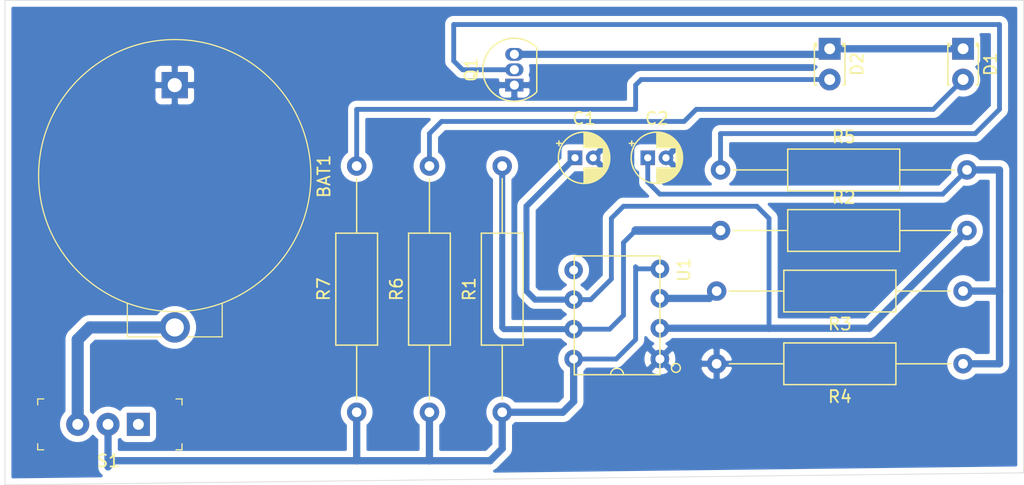
<source format=kicad_pcb>
(kicad_pcb (version 20171130) (host pcbnew "(5.1.5)-3")

  (general
    (thickness 1.6)
    (drawings 4)
    (tracks 77)
    (zones 0)
    (modules 15)
    (nets 12)
  )

  (page A4)
  (layers
    (0 F.Cu signal)
    (31 B.Cu signal)
    (32 B.Adhes user)
    (33 F.Adhes user)
    (34 B.Paste user)
    (35 F.Paste user)
    (36 B.SilkS user)
    (37 F.SilkS user)
    (38 B.Mask user)
    (39 F.Mask user)
    (40 Dwgs.User user)
    (41 Cmts.User user)
    (42 Eco1.User user)
    (43 Eco2.User user)
    (44 Edge.Cuts user)
    (45 Margin user)
    (46 B.CrtYd user)
    (47 F.CrtYd user)
    (48 B.Fab user)
    (49 F.Fab user)
  )

  (setup
    (last_trace_width 0.25)
    (user_trace_width 0.4)
    (user_trace_width 0.5)
    (user_trace_width 0.6)
    (user_trace_width 0.7)
    (user_trace_width 0.8)
    (user_trace_width 1)
    (trace_clearance 0.2)
    (zone_clearance 0.508)
    (zone_45_only no)
    (trace_min 0.2)
    (via_size 0.8)
    (via_drill 0.4)
    (via_min_size 0.4)
    (via_min_drill 0.3)
    (user_via 0.5 0.4)
    (uvia_size 0.3)
    (uvia_drill 0.1)
    (uvias_allowed no)
    (uvia_min_size 0.2)
    (uvia_min_drill 0.1)
    (edge_width 0.05)
    (segment_width 0.2)
    (pcb_text_width 0.3)
    (pcb_text_size 1.5 1.5)
    (mod_edge_width 0.12)
    (mod_text_size 1 1)
    (mod_text_width 0.15)
    (pad_size 1.524 1.524)
    (pad_drill 0.762)
    (pad_to_mask_clearance 0.051)
    (solder_mask_min_width 0.25)
    (aux_axis_origin 0 0)
    (visible_elements 7FFFFFFF)
    (pcbplotparams
      (layerselection 0x010f0_ffffffff)
      (usegerberextensions true)
      (usegerberattributes false)
      (usegerberadvancedattributes false)
      (creategerberjobfile false)
      (excludeedgelayer true)
      (linewidth 0.100000)
      (plotframeref false)
      (viasonmask false)
      (mode 1)
      (useauxorigin false)
      (hpglpennumber 1)
      (hpglpenspeed 20)
      (hpglpendiameter 15.000000)
      (psnegative false)
      (psa4output false)
      (plotreference true)
      (plotvalue false)
      (plotinvisibletext false)
      (padsonsilk false)
      (subtractmaskfromsilk false)
      (outputformat 1)
      (mirror false)
      (drillshape 0)
      (scaleselection 1)
      (outputdirectory "Gerbers/"))
  )

  (net 0 "")
  (net 1 "Net-(C1-Pad1)")
  (net 2 GND)
  (net 3 "Net-(C2-Pad1)")
  (net 4 "Net-(D1-Pad1)")
  (net 5 "Net-(D1-Pad2)")
  (net 6 "Net-(D2-Pad2)")
  (net 7 "Net-(Q1-Pad2)")
  (net 8 "Net-(R1-Pad2)")
  (net 9 VCC)
  (net 10 "Net-(R3-Pad2)")
  (net 11 "Net-(BAT1-PadPos)")

  (net_class Default "This is the default net class."
    (clearance 0.2)
    (trace_width 0.25)
    (via_dia 0.8)
    (via_drill 0.4)
    (uvia_dia 0.3)
    (uvia_drill 0.1)
    (add_net GND)
    (add_net "Net-(BAT1-PadPos)")
    (add_net "Net-(C1-Pad1)")
    (add_net "Net-(C2-Pad1)")
    (add_net "Net-(D1-Pad1)")
    (add_net "Net-(D1-Pad2)")
    (add_net "Net-(D2-Pad2)")
    (add_net "Net-(Q1-Pad2)")
    (add_net "Net-(R1-Pad2)")
    (add_net "Net-(R3-Pad2)")
    (add_net VCC)
  )

  (module EXTERNAL:Switch_Slide_11.6x4mm_EG1218 (layer F.Cu) (tedit 5A1EC915) (tstamp 5E036E73)
    (at 25 57 180)
    (descr http://spec_sheets.e-switch.com/specs/P040040.pdf)
    (path /5E00F97A)
    (fp_text reference S1 (at 2.49 -3.02 180) (layer F.SilkS)
      (effects (font (size 1 1) (thickness 0.15)))
    )
    (fp_text value EG1218 (at 2.11 3.14 180) (layer F.Fab)
      (effects (font (size 1 1) (thickness 0.15)))
    )
    (fp_line (start -3.42 -2) (end 8.18 -2) (layer F.Fab) (width 0.1))
    (fp_line (start -3.42 2) (end -3.42 -2) (layer F.Fab) (width 0.1))
    (fp_line (start 8.18 2) (end 8.18 -2) (layer F.Fab) (width 0.1))
    (fp_line (start -3.42 2) (end 8.18 2) (layer F.Fab) (width 0.1))
    (fp_line (start 8.3 -2.1) (end 7.8 -2.1) (layer F.SilkS) (width 0.1))
    (fp_line (start 8.3 -2.1) (end 8.3 -1.6) (layer F.SilkS) (width 0.1))
    (fp_line (start -3.6 -2.1) (end -3.6 -1.6) (layer F.SilkS) (width 0.1))
    (fp_line (start -3.6 -2.1) (end -3.1 -2.1) (layer F.SilkS) (width 0.1))
    (fp_line (start -3.6 2.1) (end -3.6 1.6) (layer F.SilkS) (width 0.1))
    (fp_line (start -3.6 2.1) (end -3.1 2.1) (layer F.SilkS) (width 0.1))
    (fp_line (start 8.3 2.1) (end 8.3 1.6) (layer F.SilkS) (width 0.1))
    (fp_line (start 8.3 2.1) (end 7.8 2.1) (layer F.SilkS) (width 0.1))
    (fp_line (start -3.67 -2.25) (end 8.43 -2.25) (layer F.CrtYd) (width 0.05))
    (fp_line (start 8.43 2.25) (end 8.43 -2.25) (layer F.CrtYd) (width 0.05))
    (fp_line (start -3.67 2.25) (end 8.43 2.25) (layer F.CrtYd) (width 0.05))
    (fp_line (start -3.67 2.25) (end -3.67 -2.25) (layer F.CrtYd) (width 0.05))
    (fp_text user %R (at 2.5 0 180) (layer F.Fab)
      (effects (font (size 1 1) (thickness 0.15)))
    )
    (pad 3 thru_hole circle (at 5 0 180) (size 1.9 1.9) (drill 0.9) (layers *.Cu *.Mask)
      (net 11 "Net-(BAT1-PadPos)"))
    (pad 2 thru_hole circle (at 2.5 0 180) (size 1.9 1.9) (drill 0.9) (layers *.Cu *.Mask)
      (net 9 VCC))
    (pad 1 thru_hole rect (at 0 0 180) (size 1.9 1.9) (drill 0.9) (layers *.Cu *.Mask))
  )

  (module EXTERNAL:Battery_Holder_Coin_2032_BS-7 (layer F.Cu) (tedit 5ACD0859) (tstamp 5E036AFD)
    (at 28 29 270)
    (descr http://www.memoryprotectiondevices.com/datasheets/BS-7-datasheet.pdf)
    (path /5E00E471)
    (fp_text reference BAT1 (at 7.52856 -12.3063 270) (layer F.SilkS)
      (effects (font (size 1 1) (thickness 0.15)))
    )
    (fp_text value BS-7 (at 7.4676 13.56 270) (layer F.Fab)
      (effects (font (size 1 1) (thickness 0.15)))
    )
    (fp_circle (center 7.4676 0) (end -3.7084 0) (layer F.Fab) (width 0.1))
    (fp_circle (center 7.4676 0) (end -3.7592 0) (layer F.SilkS) (width 0.1))
    (fp_text user %R (at 7.4676 0 270) (layer F.Fab)
      (effects (font (size 1 1) (thickness 0.15)))
    )
    (fp_line (start 17.9832 -3.81) (end 20.6756 -3.81) (layer F.Fab) (width 0.1))
    (fp_line (start 17.9832 3.81) (end 20.6756 3.81) (layer F.Fab) (width 0.1))
    (fp_line (start 20.6756 -3.81) (end 20.6756 3.81) (layer F.Fab) (width 0.1))
    (fp_line (start 18.034 -3.9116) (end 20.7772 -3.9116) (layer F.SilkS) (width 0.1))
    (fp_line (start 18.034 3.9116) (end 20.7772 3.9116) (layer F.SilkS) (width 0.1))
    (fp_line (start 20.7772 -3.9116) (end 20.7772 -1.0668) (layer F.SilkS) (width 0.1))
    (fp_line (start 20.7772 3.9116) (end 20.7772 1.0668) (layer F.SilkS) (width 0.1))
    (fp_line (start -3.9624 -11.43) (end -3.9624 11.43) (layer F.CrtYd) (width 0.05))
    (fp_line (start 21.5138 -11.43) (end 21.5138 11.43) (layer F.CrtYd) (width 0.05))
    (fp_line (start -3.9624 -11.43) (end 21.5138 -11.43) (layer F.CrtYd) (width 0.05))
    (fp_line (start -3.9624 11.43) (end 21.5138 11.43) (layer F.CrtYd) (width 0.05))
    (pad Pos thru_hole circle (at 20 0 270) (size 2.5 2.5) (drill 1.5) (layers *.Cu *.Mask)
      (net 11 "Net-(BAT1-PadPos)"))
    (pad Neg thru_hole rect (at 0 0 270) (size 2.17 2.17) (drill 1.17) (layers *.Cu *.Mask)
      (net 2 GND))
  )

  (module 557_circuit:ICM7555-PDIP (layer F.Cu) (tedit 5DFF2FF7) (tstamp 5DFF74E8)
    (at 68 48 90)
    (path /5DFF32AF)
    (fp_text reference U1 (at 3.7592 1.9812 90) (layer F.SilkS)
      (effects (font (size 1 1) (thickness 0.15)))
    )
    (fp_text value 557 (at -0.4826 -9.144 90) (layer F.Fab)
      (effects (font (size 1 1) (thickness 0.15)))
    )
    (fp_arc (start -4.9 -3.5306) (end -4.9 -3) (angle -180) (layer F.SilkS) (width 0.12))
    (fp_line (start -4.9022 0) (end 4.9022 0) (layer F.SilkS) (width 0.12))
    (fp_line (start 4.9022 0) (end 4.9022 -7.0612) (layer F.SilkS) (width 0.12))
    (fp_line (start 4.9022 -7.0612) (end -4.9022 -7.0612) (layer F.SilkS) (width 0.12))
    (fp_line (start -4.9022 -7.0612) (end -4.9022 0) (layer F.SilkS) (width 0.12))
    (fp_circle (center -4.3434 1.3208) (end -4.5466 1.6256) (layer F.SilkS) (width 0.12))
    (pad 4 thru_hole circle (at 3.8354 0 90) (size 1.524 1.524) (drill 0.735) (layers *.Cu *.Mask)
      (net 9 VCC))
    (pad 3 thru_hole circle (at 1.397 0 90) (size 1.524 1.524) (drill 0.735) (layers *.Cu *.Mask)
      (net 10 "Net-(R3-Pad2)"))
    (pad 2 thru_hole circle (at -1.0668 0 90) (size 1.524 1.524) (drill 0.735) (layers *.Cu *.Mask)
      (net 1 "Net-(C1-Pad1)"))
    (pad 1 thru_hole circle (at -3.6068 0 90) (size 1.524 1.524) (drill 0.735) (layers *.Cu *.Mask)
      (net 2 GND))
    (pad 1 thru_hole circle (at -3.6068 0 90) (size 1.524 1.524) (drill 0.735) (layers *.Cu *.Mask)
      (net 2 GND))
    (pad 2 thru_hole circle (at -1.0668 0 90) (size 1.524 1.524) (drill 0.735) (layers *.Cu *.Mask)
      (net 1 "Net-(C1-Pad1)"))
    (pad 3 thru_hole circle (at 1.397 0 90) (size 1.524 1.524) (drill 0.735) (layers *.Cu *.Mask)
      (net 10 "Net-(R3-Pad2)"))
    (pad 4 thru_hole circle (at 3.8354 0 90) (size 1.524 1.524) (drill 0.735) (layers *.Cu *.Mask)
      (net 9 VCC))
    (pad 8 thru_hole circle (at -3.6068 -7.112 90) (size 1.524 1.524) (drill 0.735) (layers *.Cu *.Mask)
      (net 9 VCC))
    (pad 7 thru_hole circle (at -1.143 -7.112 90) (size 1.524 1.524) (drill 0.735) (layers *.Cu *.Mask)
      (net 8 "Net-(R1-Pad2)"))
    (pad 6 thru_hole circle (at 1.2954 -7.112 90) (size 1.524 1.524) (drill 0.735) (layers *.Cu *.Mask)
      (net 1 "Net-(C1-Pad1)"))
    (pad 5 thru_hole circle (at 3.7338 -7.112 90) (size 1.524 1.524) (drill 0.735) (layers *.Cu *.Mask))
  )

  (module Capacitor_THT:CP_Radial_D4.0mm_P1.50mm (layer F.Cu) (tedit 5AE50EF0) (tstamp 5DFF7382)
    (at 61 35)
    (descr "CP, Radial series, Radial, pin pitch=1.50mm, , diameter=4mm, Electrolytic Capacitor")
    (tags "CP Radial series Radial pin pitch 1.50mm  diameter 4mm Electrolytic Capacitor")
    (path /5DFFA47D)
    (fp_text reference C1 (at 0.75 -3.25) (layer F.SilkS)
      (effects (font (size 1 1) (thickness 0.15)))
    )
    (fp_text value 10uf (at 0.75 3.25) (layer F.Fab)
      (effects (font (size 1 1) (thickness 0.15)))
    )
    (fp_circle (center 0.75 0) (end 2.75 0) (layer F.Fab) (width 0.1))
    (fp_circle (center 0.75 0) (end 2.87 0) (layer F.SilkS) (width 0.12))
    (fp_circle (center 0.75 0) (end 3 0) (layer F.CrtYd) (width 0.05))
    (fp_line (start -0.952554 -0.8675) (end -0.552554 -0.8675) (layer F.Fab) (width 0.1))
    (fp_line (start -0.752554 -1.0675) (end -0.752554 -0.6675) (layer F.Fab) (width 0.1))
    (fp_line (start 0.75 0.84) (end 0.75 2.08) (layer F.SilkS) (width 0.12))
    (fp_line (start 0.75 -2.08) (end 0.75 -0.84) (layer F.SilkS) (width 0.12))
    (fp_line (start 0.79 0.84) (end 0.79 2.08) (layer F.SilkS) (width 0.12))
    (fp_line (start 0.79 -2.08) (end 0.79 -0.84) (layer F.SilkS) (width 0.12))
    (fp_line (start 0.83 0.84) (end 0.83 2.079) (layer F.SilkS) (width 0.12))
    (fp_line (start 0.83 -2.079) (end 0.83 -0.84) (layer F.SilkS) (width 0.12))
    (fp_line (start 0.87 -2.077) (end 0.87 -0.84) (layer F.SilkS) (width 0.12))
    (fp_line (start 0.87 0.84) (end 0.87 2.077) (layer F.SilkS) (width 0.12))
    (fp_line (start 0.91 -2.074) (end 0.91 -0.84) (layer F.SilkS) (width 0.12))
    (fp_line (start 0.91 0.84) (end 0.91 2.074) (layer F.SilkS) (width 0.12))
    (fp_line (start 0.95 -2.071) (end 0.95 -0.84) (layer F.SilkS) (width 0.12))
    (fp_line (start 0.95 0.84) (end 0.95 2.071) (layer F.SilkS) (width 0.12))
    (fp_line (start 0.99 -2.067) (end 0.99 -0.84) (layer F.SilkS) (width 0.12))
    (fp_line (start 0.99 0.84) (end 0.99 2.067) (layer F.SilkS) (width 0.12))
    (fp_line (start 1.03 -2.062) (end 1.03 -0.84) (layer F.SilkS) (width 0.12))
    (fp_line (start 1.03 0.84) (end 1.03 2.062) (layer F.SilkS) (width 0.12))
    (fp_line (start 1.07 -2.056) (end 1.07 -0.84) (layer F.SilkS) (width 0.12))
    (fp_line (start 1.07 0.84) (end 1.07 2.056) (layer F.SilkS) (width 0.12))
    (fp_line (start 1.11 -2.05) (end 1.11 -0.84) (layer F.SilkS) (width 0.12))
    (fp_line (start 1.11 0.84) (end 1.11 2.05) (layer F.SilkS) (width 0.12))
    (fp_line (start 1.15 -2.042) (end 1.15 -0.84) (layer F.SilkS) (width 0.12))
    (fp_line (start 1.15 0.84) (end 1.15 2.042) (layer F.SilkS) (width 0.12))
    (fp_line (start 1.19 -2.034) (end 1.19 -0.84) (layer F.SilkS) (width 0.12))
    (fp_line (start 1.19 0.84) (end 1.19 2.034) (layer F.SilkS) (width 0.12))
    (fp_line (start 1.23 -2.025) (end 1.23 -0.84) (layer F.SilkS) (width 0.12))
    (fp_line (start 1.23 0.84) (end 1.23 2.025) (layer F.SilkS) (width 0.12))
    (fp_line (start 1.27 -2.016) (end 1.27 -0.84) (layer F.SilkS) (width 0.12))
    (fp_line (start 1.27 0.84) (end 1.27 2.016) (layer F.SilkS) (width 0.12))
    (fp_line (start 1.31 -2.005) (end 1.31 -0.84) (layer F.SilkS) (width 0.12))
    (fp_line (start 1.31 0.84) (end 1.31 2.005) (layer F.SilkS) (width 0.12))
    (fp_line (start 1.35 -1.994) (end 1.35 -0.84) (layer F.SilkS) (width 0.12))
    (fp_line (start 1.35 0.84) (end 1.35 1.994) (layer F.SilkS) (width 0.12))
    (fp_line (start 1.39 -1.982) (end 1.39 -0.84) (layer F.SilkS) (width 0.12))
    (fp_line (start 1.39 0.84) (end 1.39 1.982) (layer F.SilkS) (width 0.12))
    (fp_line (start 1.43 -1.968) (end 1.43 -0.84) (layer F.SilkS) (width 0.12))
    (fp_line (start 1.43 0.84) (end 1.43 1.968) (layer F.SilkS) (width 0.12))
    (fp_line (start 1.471 -1.954) (end 1.471 -0.84) (layer F.SilkS) (width 0.12))
    (fp_line (start 1.471 0.84) (end 1.471 1.954) (layer F.SilkS) (width 0.12))
    (fp_line (start 1.511 -1.94) (end 1.511 -0.84) (layer F.SilkS) (width 0.12))
    (fp_line (start 1.511 0.84) (end 1.511 1.94) (layer F.SilkS) (width 0.12))
    (fp_line (start 1.551 -1.924) (end 1.551 -0.84) (layer F.SilkS) (width 0.12))
    (fp_line (start 1.551 0.84) (end 1.551 1.924) (layer F.SilkS) (width 0.12))
    (fp_line (start 1.591 -1.907) (end 1.591 -0.84) (layer F.SilkS) (width 0.12))
    (fp_line (start 1.591 0.84) (end 1.591 1.907) (layer F.SilkS) (width 0.12))
    (fp_line (start 1.631 -1.889) (end 1.631 -0.84) (layer F.SilkS) (width 0.12))
    (fp_line (start 1.631 0.84) (end 1.631 1.889) (layer F.SilkS) (width 0.12))
    (fp_line (start 1.671 -1.87) (end 1.671 -0.84) (layer F.SilkS) (width 0.12))
    (fp_line (start 1.671 0.84) (end 1.671 1.87) (layer F.SilkS) (width 0.12))
    (fp_line (start 1.711 -1.851) (end 1.711 -0.84) (layer F.SilkS) (width 0.12))
    (fp_line (start 1.711 0.84) (end 1.711 1.851) (layer F.SilkS) (width 0.12))
    (fp_line (start 1.751 -1.83) (end 1.751 -0.84) (layer F.SilkS) (width 0.12))
    (fp_line (start 1.751 0.84) (end 1.751 1.83) (layer F.SilkS) (width 0.12))
    (fp_line (start 1.791 -1.808) (end 1.791 -0.84) (layer F.SilkS) (width 0.12))
    (fp_line (start 1.791 0.84) (end 1.791 1.808) (layer F.SilkS) (width 0.12))
    (fp_line (start 1.831 -1.785) (end 1.831 -0.84) (layer F.SilkS) (width 0.12))
    (fp_line (start 1.831 0.84) (end 1.831 1.785) (layer F.SilkS) (width 0.12))
    (fp_line (start 1.871 -1.76) (end 1.871 -0.84) (layer F.SilkS) (width 0.12))
    (fp_line (start 1.871 0.84) (end 1.871 1.76) (layer F.SilkS) (width 0.12))
    (fp_line (start 1.911 -1.735) (end 1.911 -0.84) (layer F.SilkS) (width 0.12))
    (fp_line (start 1.911 0.84) (end 1.911 1.735) (layer F.SilkS) (width 0.12))
    (fp_line (start 1.951 -1.708) (end 1.951 -0.84) (layer F.SilkS) (width 0.12))
    (fp_line (start 1.951 0.84) (end 1.951 1.708) (layer F.SilkS) (width 0.12))
    (fp_line (start 1.991 -1.68) (end 1.991 -0.84) (layer F.SilkS) (width 0.12))
    (fp_line (start 1.991 0.84) (end 1.991 1.68) (layer F.SilkS) (width 0.12))
    (fp_line (start 2.031 -1.65) (end 2.031 -0.84) (layer F.SilkS) (width 0.12))
    (fp_line (start 2.031 0.84) (end 2.031 1.65) (layer F.SilkS) (width 0.12))
    (fp_line (start 2.071 -1.619) (end 2.071 -0.84) (layer F.SilkS) (width 0.12))
    (fp_line (start 2.071 0.84) (end 2.071 1.619) (layer F.SilkS) (width 0.12))
    (fp_line (start 2.111 -1.587) (end 2.111 -0.84) (layer F.SilkS) (width 0.12))
    (fp_line (start 2.111 0.84) (end 2.111 1.587) (layer F.SilkS) (width 0.12))
    (fp_line (start 2.151 -1.552) (end 2.151 -0.84) (layer F.SilkS) (width 0.12))
    (fp_line (start 2.151 0.84) (end 2.151 1.552) (layer F.SilkS) (width 0.12))
    (fp_line (start 2.191 -1.516) (end 2.191 -0.84) (layer F.SilkS) (width 0.12))
    (fp_line (start 2.191 0.84) (end 2.191 1.516) (layer F.SilkS) (width 0.12))
    (fp_line (start 2.231 -1.478) (end 2.231 -0.84) (layer F.SilkS) (width 0.12))
    (fp_line (start 2.231 0.84) (end 2.231 1.478) (layer F.SilkS) (width 0.12))
    (fp_line (start 2.271 -1.438) (end 2.271 -0.84) (layer F.SilkS) (width 0.12))
    (fp_line (start 2.271 0.84) (end 2.271 1.438) (layer F.SilkS) (width 0.12))
    (fp_line (start 2.311 -1.396) (end 2.311 -0.84) (layer F.SilkS) (width 0.12))
    (fp_line (start 2.311 0.84) (end 2.311 1.396) (layer F.SilkS) (width 0.12))
    (fp_line (start 2.351 -1.351) (end 2.351 1.351) (layer F.SilkS) (width 0.12))
    (fp_line (start 2.391 -1.304) (end 2.391 1.304) (layer F.SilkS) (width 0.12))
    (fp_line (start 2.431 -1.254) (end 2.431 1.254) (layer F.SilkS) (width 0.12))
    (fp_line (start 2.471 -1.2) (end 2.471 1.2) (layer F.SilkS) (width 0.12))
    (fp_line (start 2.511 -1.142) (end 2.511 1.142) (layer F.SilkS) (width 0.12))
    (fp_line (start 2.551 -1.08) (end 2.551 1.08) (layer F.SilkS) (width 0.12))
    (fp_line (start 2.591 -1.013) (end 2.591 1.013) (layer F.SilkS) (width 0.12))
    (fp_line (start 2.631 -0.94) (end 2.631 0.94) (layer F.SilkS) (width 0.12))
    (fp_line (start 2.671 -0.859) (end 2.671 0.859) (layer F.SilkS) (width 0.12))
    (fp_line (start 2.711 -0.768) (end 2.711 0.768) (layer F.SilkS) (width 0.12))
    (fp_line (start 2.751 -0.664) (end 2.751 0.664) (layer F.SilkS) (width 0.12))
    (fp_line (start 2.791 -0.537) (end 2.791 0.537) (layer F.SilkS) (width 0.12))
    (fp_line (start 2.831 -0.37) (end 2.831 0.37) (layer F.SilkS) (width 0.12))
    (fp_line (start -1.519801 -1.195) (end -1.119801 -1.195) (layer F.SilkS) (width 0.12))
    (fp_line (start -1.319801 -1.395) (end -1.319801 -0.995) (layer F.SilkS) (width 0.12))
    (fp_text user %R (at 0.75 0) (layer F.Fab)
      (effects (font (size 0.8 0.8) (thickness 0.12)))
    )
    (pad 1 thru_hole rect (at 0 0) (size 1.2 1.2) (drill 0.6) (layers *.Cu *.Mask)
      (net 1 "Net-(C1-Pad1)"))
    (pad 2 thru_hole circle (at 1.5 0) (size 1.2 1.2) (drill 0.6) (layers *.Cu *.Mask)
      (net 2 GND))
    (model ${KISYS3DMOD}/Capacitor_THT.3dshapes/CP_Radial_D4.0mm_P1.50mm.wrl
      (at (xyz 0 0 0))
      (scale (xyz 1 1 1))
      (rotate (xyz 0 0 0))
    )
  )

  (module Capacitor_THT:CP_Radial_D4.0mm_P1.50mm (layer F.Cu) (tedit 5AE50EF0) (tstamp 5DFF73ED)
    (at 67 35)
    (descr "CP, Radial series, Radial, pin pitch=1.50mm, , diameter=4mm, Electrolytic Capacitor")
    (tags "CP Radial series Radial pin pitch 1.50mm  diameter 4mm Electrolytic Capacitor")
    (path /5E00BB55)
    (fp_text reference C2 (at 0.75 -3.25) (layer F.SilkS)
      (effects (font (size 1 1) (thickness 0.15)))
    )
    (fp_text value 100uf (at 0.75 3.25) (layer F.Fab)
      (effects (font (size 1 1) (thickness 0.15)))
    )
    (fp_text user %R (at 0.75 0) (layer F.Fab)
      (effects (font (size 0.8 0.8) (thickness 0.12)))
    )
    (fp_line (start -1.319801 -1.395) (end -1.319801 -0.995) (layer F.SilkS) (width 0.12))
    (fp_line (start -1.519801 -1.195) (end -1.119801 -1.195) (layer F.SilkS) (width 0.12))
    (fp_line (start 2.831 -0.37) (end 2.831 0.37) (layer F.SilkS) (width 0.12))
    (fp_line (start 2.791 -0.537) (end 2.791 0.537) (layer F.SilkS) (width 0.12))
    (fp_line (start 2.751 -0.664) (end 2.751 0.664) (layer F.SilkS) (width 0.12))
    (fp_line (start 2.711 -0.768) (end 2.711 0.768) (layer F.SilkS) (width 0.12))
    (fp_line (start 2.671 -0.859) (end 2.671 0.859) (layer F.SilkS) (width 0.12))
    (fp_line (start 2.631 -0.94) (end 2.631 0.94) (layer F.SilkS) (width 0.12))
    (fp_line (start 2.591 -1.013) (end 2.591 1.013) (layer F.SilkS) (width 0.12))
    (fp_line (start 2.551 -1.08) (end 2.551 1.08) (layer F.SilkS) (width 0.12))
    (fp_line (start 2.511 -1.142) (end 2.511 1.142) (layer F.SilkS) (width 0.12))
    (fp_line (start 2.471 -1.2) (end 2.471 1.2) (layer F.SilkS) (width 0.12))
    (fp_line (start 2.431 -1.254) (end 2.431 1.254) (layer F.SilkS) (width 0.12))
    (fp_line (start 2.391 -1.304) (end 2.391 1.304) (layer F.SilkS) (width 0.12))
    (fp_line (start 2.351 -1.351) (end 2.351 1.351) (layer F.SilkS) (width 0.12))
    (fp_line (start 2.311 0.84) (end 2.311 1.396) (layer F.SilkS) (width 0.12))
    (fp_line (start 2.311 -1.396) (end 2.311 -0.84) (layer F.SilkS) (width 0.12))
    (fp_line (start 2.271 0.84) (end 2.271 1.438) (layer F.SilkS) (width 0.12))
    (fp_line (start 2.271 -1.438) (end 2.271 -0.84) (layer F.SilkS) (width 0.12))
    (fp_line (start 2.231 0.84) (end 2.231 1.478) (layer F.SilkS) (width 0.12))
    (fp_line (start 2.231 -1.478) (end 2.231 -0.84) (layer F.SilkS) (width 0.12))
    (fp_line (start 2.191 0.84) (end 2.191 1.516) (layer F.SilkS) (width 0.12))
    (fp_line (start 2.191 -1.516) (end 2.191 -0.84) (layer F.SilkS) (width 0.12))
    (fp_line (start 2.151 0.84) (end 2.151 1.552) (layer F.SilkS) (width 0.12))
    (fp_line (start 2.151 -1.552) (end 2.151 -0.84) (layer F.SilkS) (width 0.12))
    (fp_line (start 2.111 0.84) (end 2.111 1.587) (layer F.SilkS) (width 0.12))
    (fp_line (start 2.111 -1.587) (end 2.111 -0.84) (layer F.SilkS) (width 0.12))
    (fp_line (start 2.071 0.84) (end 2.071 1.619) (layer F.SilkS) (width 0.12))
    (fp_line (start 2.071 -1.619) (end 2.071 -0.84) (layer F.SilkS) (width 0.12))
    (fp_line (start 2.031 0.84) (end 2.031 1.65) (layer F.SilkS) (width 0.12))
    (fp_line (start 2.031 -1.65) (end 2.031 -0.84) (layer F.SilkS) (width 0.12))
    (fp_line (start 1.991 0.84) (end 1.991 1.68) (layer F.SilkS) (width 0.12))
    (fp_line (start 1.991 -1.68) (end 1.991 -0.84) (layer F.SilkS) (width 0.12))
    (fp_line (start 1.951 0.84) (end 1.951 1.708) (layer F.SilkS) (width 0.12))
    (fp_line (start 1.951 -1.708) (end 1.951 -0.84) (layer F.SilkS) (width 0.12))
    (fp_line (start 1.911 0.84) (end 1.911 1.735) (layer F.SilkS) (width 0.12))
    (fp_line (start 1.911 -1.735) (end 1.911 -0.84) (layer F.SilkS) (width 0.12))
    (fp_line (start 1.871 0.84) (end 1.871 1.76) (layer F.SilkS) (width 0.12))
    (fp_line (start 1.871 -1.76) (end 1.871 -0.84) (layer F.SilkS) (width 0.12))
    (fp_line (start 1.831 0.84) (end 1.831 1.785) (layer F.SilkS) (width 0.12))
    (fp_line (start 1.831 -1.785) (end 1.831 -0.84) (layer F.SilkS) (width 0.12))
    (fp_line (start 1.791 0.84) (end 1.791 1.808) (layer F.SilkS) (width 0.12))
    (fp_line (start 1.791 -1.808) (end 1.791 -0.84) (layer F.SilkS) (width 0.12))
    (fp_line (start 1.751 0.84) (end 1.751 1.83) (layer F.SilkS) (width 0.12))
    (fp_line (start 1.751 -1.83) (end 1.751 -0.84) (layer F.SilkS) (width 0.12))
    (fp_line (start 1.711 0.84) (end 1.711 1.851) (layer F.SilkS) (width 0.12))
    (fp_line (start 1.711 -1.851) (end 1.711 -0.84) (layer F.SilkS) (width 0.12))
    (fp_line (start 1.671 0.84) (end 1.671 1.87) (layer F.SilkS) (width 0.12))
    (fp_line (start 1.671 -1.87) (end 1.671 -0.84) (layer F.SilkS) (width 0.12))
    (fp_line (start 1.631 0.84) (end 1.631 1.889) (layer F.SilkS) (width 0.12))
    (fp_line (start 1.631 -1.889) (end 1.631 -0.84) (layer F.SilkS) (width 0.12))
    (fp_line (start 1.591 0.84) (end 1.591 1.907) (layer F.SilkS) (width 0.12))
    (fp_line (start 1.591 -1.907) (end 1.591 -0.84) (layer F.SilkS) (width 0.12))
    (fp_line (start 1.551 0.84) (end 1.551 1.924) (layer F.SilkS) (width 0.12))
    (fp_line (start 1.551 -1.924) (end 1.551 -0.84) (layer F.SilkS) (width 0.12))
    (fp_line (start 1.511 0.84) (end 1.511 1.94) (layer F.SilkS) (width 0.12))
    (fp_line (start 1.511 -1.94) (end 1.511 -0.84) (layer F.SilkS) (width 0.12))
    (fp_line (start 1.471 0.84) (end 1.471 1.954) (layer F.SilkS) (width 0.12))
    (fp_line (start 1.471 -1.954) (end 1.471 -0.84) (layer F.SilkS) (width 0.12))
    (fp_line (start 1.43 0.84) (end 1.43 1.968) (layer F.SilkS) (width 0.12))
    (fp_line (start 1.43 -1.968) (end 1.43 -0.84) (layer F.SilkS) (width 0.12))
    (fp_line (start 1.39 0.84) (end 1.39 1.982) (layer F.SilkS) (width 0.12))
    (fp_line (start 1.39 -1.982) (end 1.39 -0.84) (layer F.SilkS) (width 0.12))
    (fp_line (start 1.35 0.84) (end 1.35 1.994) (layer F.SilkS) (width 0.12))
    (fp_line (start 1.35 -1.994) (end 1.35 -0.84) (layer F.SilkS) (width 0.12))
    (fp_line (start 1.31 0.84) (end 1.31 2.005) (layer F.SilkS) (width 0.12))
    (fp_line (start 1.31 -2.005) (end 1.31 -0.84) (layer F.SilkS) (width 0.12))
    (fp_line (start 1.27 0.84) (end 1.27 2.016) (layer F.SilkS) (width 0.12))
    (fp_line (start 1.27 -2.016) (end 1.27 -0.84) (layer F.SilkS) (width 0.12))
    (fp_line (start 1.23 0.84) (end 1.23 2.025) (layer F.SilkS) (width 0.12))
    (fp_line (start 1.23 -2.025) (end 1.23 -0.84) (layer F.SilkS) (width 0.12))
    (fp_line (start 1.19 0.84) (end 1.19 2.034) (layer F.SilkS) (width 0.12))
    (fp_line (start 1.19 -2.034) (end 1.19 -0.84) (layer F.SilkS) (width 0.12))
    (fp_line (start 1.15 0.84) (end 1.15 2.042) (layer F.SilkS) (width 0.12))
    (fp_line (start 1.15 -2.042) (end 1.15 -0.84) (layer F.SilkS) (width 0.12))
    (fp_line (start 1.11 0.84) (end 1.11 2.05) (layer F.SilkS) (width 0.12))
    (fp_line (start 1.11 -2.05) (end 1.11 -0.84) (layer F.SilkS) (width 0.12))
    (fp_line (start 1.07 0.84) (end 1.07 2.056) (layer F.SilkS) (width 0.12))
    (fp_line (start 1.07 -2.056) (end 1.07 -0.84) (layer F.SilkS) (width 0.12))
    (fp_line (start 1.03 0.84) (end 1.03 2.062) (layer F.SilkS) (width 0.12))
    (fp_line (start 1.03 -2.062) (end 1.03 -0.84) (layer F.SilkS) (width 0.12))
    (fp_line (start 0.99 0.84) (end 0.99 2.067) (layer F.SilkS) (width 0.12))
    (fp_line (start 0.99 -2.067) (end 0.99 -0.84) (layer F.SilkS) (width 0.12))
    (fp_line (start 0.95 0.84) (end 0.95 2.071) (layer F.SilkS) (width 0.12))
    (fp_line (start 0.95 -2.071) (end 0.95 -0.84) (layer F.SilkS) (width 0.12))
    (fp_line (start 0.91 0.84) (end 0.91 2.074) (layer F.SilkS) (width 0.12))
    (fp_line (start 0.91 -2.074) (end 0.91 -0.84) (layer F.SilkS) (width 0.12))
    (fp_line (start 0.87 0.84) (end 0.87 2.077) (layer F.SilkS) (width 0.12))
    (fp_line (start 0.87 -2.077) (end 0.87 -0.84) (layer F.SilkS) (width 0.12))
    (fp_line (start 0.83 -2.079) (end 0.83 -0.84) (layer F.SilkS) (width 0.12))
    (fp_line (start 0.83 0.84) (end 0.83 2.079) (layer F.SilkS) (width 0.12))
    (fp_line (start 0.79 -2.08) (end 0.79 -0.84) (layer F.SilkS) (width 0.12))
    (fp_line (start 0.79 0.84) (end 0.79 2.08) (layer F.SilkS) (width 0.12))
    (fp_line (start 0.75 -2.08) (end 0.75 -0.84) (layer F.SilkS) (width 0.12))
    (fp_line (start 0.75 0.84) (end 0.75 2.08) (layer F.SilkS) (width 0.12))
    (fp_line (start -0.752554 -1.0675) (end -0.752554 -0.6675) (layer F.Fab) (width 0.1))
    (fp_line (start -0.952554 -0.8675) (end -0.552554 -0.8675) (layer F.Fab) (width 0.1))
    (fp_circle (center 0.75 0) (end 3 0) (layer F.CrtYd) (width 0.05))
    (fp_circle (center 0.75 0) (end 2.87 0) (layer F.SilkS) (width 0.12))
    (fp_circle (center 0.75 0) (end 2.75 0) (layer F.Fab) (width 0.1))
    (pad 2 thru_hole circle (at 1.5 0) (size 1.2 1.2) (drill 0.6) (layers *.Cu *.Mask)
      (net 2 GND))
    (pad 1 thru_hole rect (at 0 0) (size 1.2 1.2) (drill 0.6) (layers *.Cu *.Mask)
      (net 3 "Net-(C2-Pad1)"))
    (model ${KISYS3DMOD}/Capacitor_THT.3dshapes/CP_Radial_D4.0mm_P1.50mm.wrl
      (at (xyz 0 0 0))
      (scale (xyz 1 1 1))
      (rotate (xyz 0 0 0))
    )
  )

  (module LED_THT:LED_D1.8mm_W3.3mm_H2.4mm (layer F.Cu) (tedit 5DFF30DF) (tstamp 5DFF7406)
    (at 93 26 270)
    (descr "LED, Round,  Rectangular size 3.3x2.4mm^2 diameter 1.8mm, 2 pins")
    (tags "LED Round  Rectangular size 3.3x2.4mm^2 diameter 1.8mm 2 pins")
    (path /5E0005A5)
    (fp_text reference D1 (at 1.27 -2.26 270) (layer F.SilkS)
      (effects (font (size 1 1) (thickness 0.15)))
    )
    (fp_text value LED (at 1.27 2.26) (layer F.Fab)
      (effects (font (size 1 1) (thickness 0.15)))
    )
    (fp_circle (center 1.27 0) (end 2.17 0) (layer F.Fab) (width 0.1))
    (fp_line (start -0.38 -1.2) (end -0.38 1.2) (layer F.Fab) (width 0.1))
    (fp_line (start -0.38 1.2) (end 2.92 1.2) (layer F.Fab) (width 0.1))
    (fp_line (start 2.92 1.2) (end 2.92 -1.2) (layer F.Fab) (width 0.1))
    (fp_line (start 2.92 -1.2) (end -0.38 -1.2) (layer F.Fab) (width 0.1))
    (fp_line (start -0.44 -1.26) (end 2.98 -1.26) (layer F.SilkS) (width 0.12))
    (fp_line (start -0.44 1.26) (end 2.98 1.26) (layer F.SilkS) (width 0.12))
    (fp_line (start -0.44 -1.26) (end -0.44 -1.08) (layer F.SilkS) (width 0.12))
    (fp_line (start -0.44 1.08) (end -0.44 1.26) (layer F.SilkS) (width 0.12))
    (fp_line (start 2.98 -1.26) (end 2.98 -1.095) (layer F.SilkS) (width 0.12))
    (fp_line (start 2.98 1.095) (end 2.98 1.26) (layer F.SilkS) (width 0.12))
    (fp_line (start -0.32 -1.26) (end -0.32 -1.08) (layer F.SilkS) (width 0.12))
    (fp_line (start -0.32 1.08) (end -0.32 1.26) (layer F.SilkS) (width 0.12))
    (fp_line (start -0.2 -1.26) (end -0.2 -1.08) (layer F.SilkS) (width 0.12))
    (fp_line (start -0.2 1.08) (end -0.2 1.26) (layer F.SilkS) (width 0.12))
    (fp_line (start -1.15 -1.55) (end -1.15 1.55) (layer F.CrtYd) (width 0.05))
    (fp_line (start -1.15 1.55) (end 3.7 1.55) (layer F.CrtYd) (width 0.05))
    (fp_line (start 3.7 1.55) (end 3.7 -1.55) (layer F.CrtYd) (width 0.05))
    (fp_line (start 3.7 -1.55) (end -1.15 -1.55) (layer F.CrtYd) (width 0.05))
    (pad 1 thru_hole rect (at 0 0 270) (size 1.8 1.8) (drill 0.9) (layers *.Cu *.Mask)
      (net 4 "Net-(D1-Pad1)"))
    (pad 2 thru_hole circle (at 2.54 0 270) (size 1.8 1.8) (drill 0.9) (layers *.Cu *.Mask)
      (net 5 "Net-(D1-Pad2)"))
    (model ${KISYS3DMOD}/LED_THT.3dshapes/LED_D1.8mm_W3.3mm_H2.4mm.wrl
      (at (xyz 0 0 0))
      (scale (xyz 1 1 1))
      (rotate (xyz 0 0 0))
    )
  )

  (module LED_THT:LED_D1.8mm_W3.3mm_H2.4mm (layer F.Cu) (tedit 5880A862) (tstamp 5DFF741F)
    (at 82 26 270)
    (descr "LED, Round,  Rectangular size 3.3x2.4mm^2 diameter 1.8mm, 2 pins")
    (tags "LED Round  Rectangular size 3.3x2.4mm^2 diameter 1.8mm 2 pins")
    (path /5E001634)
    (fp_text reference D2 (at 1.27 -2.26 270) (layer F.SilkS)
      (effects (font (size 1 1) (thickness 0.15)))
    )
    (fp_text value LED (at 1.27 2.26 270) (layer F.Fab)
      (effects (font (size 1 1) (thickness 0.15)))
    )
    (fp_line (start 3.7 -1.55) (end -1.15 -1.55) (layer F.CrtYd) (width 0.05))
    (fp_line (start 3.7 1.55) (end 3.7 -1.55) (layer F.CrtYd) (width 0.05))
    (fp_line (start -1.15 1.55) (end 3.7 1.55) (layer F.CrtYd) (width 0.05))
    (fp_line (start -1.15 -1.55) (end -1.15 1.55) (layer F.CrtYd) (width 0.05))
    (fp_line (start -0.2 1.08) (end -0.2 1.26) (layer F.SilkS) (width 0.12))
    (fp_line (start -0.2 -1.26) (end -0.2 -1.08) (layer F.SilkS) (width 0.12))
    (fp_line (start -0.32 1.08) (end -0.32 1.26) (layer F.SilkS) (width 0.12))
    (fp_line (start -0.32 -1.26) (end -0.32 -1.08) (layer F.SilkS) (width 0.12))
    (fp_line (start 2.98 1.095) (end 2.98 1.26) (layer F.SilkS) (width 0.12))
    (fp_line (start 2.98 -1.26) (end 2.98 -1.095) (layer F.SilkS) (width 0.12))
    (fp_line (start -0.44 1.08) (end -0.44 1.26) (layer F.SilkS) (width 0.12))
    (fp_line (start -0.44 -1.26) (end -0.44 -1.08) (layer F.SilkS) (width 0.12))
    (fp_line (start -0.44 1.26) (end 2.98 1.26) (layer F.SilkS) (width 0.12))
    (fp_line (start -0.44 -1.26) (end 2.98 -1.26) (layer F.SilkS) (width 0.12))
    (fp_line (start 2.92 -1.2) (end -0.38 -1.2) (layer F.Fab) (width 0.1))
    (fp_line (start 2.92 1.2) (end 2.92 -1.2) (layer F.Fab) (width 0.1))
    (fp_line (start -0.38 1.2) (end 2.92 1.2) (layer F.Fab) (width 0.1))
    (fp_line (start -0.38 -1.2) (end -0.38 1.2) (layer F.Fab) (width 0.1))
    (fp_circle (center 1.27 0) (end 2.17 0) (layer F.Fab) (width 0.1))
    (pad 2 thru_hole circle (at 2.54 0 270) (size 1.8 1.8) (drill 0.9) (layers *.Cu *.Mask)
      (net 6 "Net-(D2-Pad2)"))
    (pad 1 thru_hole rect (at 0 0 270) (size 1.8 1.8) (drill 0.9) (layers *.Cu *.Mask)
      (net 4 "Net-(D1-Pad1)"))
    (model ${KISYS3DMOD}/LED_THT.3dshapes/LED_D1.8mm_W3.3mm_H2.4mm.wrl
      (at (xyz 0 0 0))
      (scale (xyz 1 1 1))
      (rotate (xyz 0 0 0))
    )
  )

  (module Package_TO_SOT_THT:TO-92_Inline (layer F.Cu) (tedit 5A1DD157) (tstamp 5DFF7431)
    (at 56 29 90)
    (descr "TO-92 leads in-line, narrow, oval pads, drill 0.75mm (see NXP sot054_po.pdf)")
    (tags "to-92 sc-43 sc-43a sot54 PA33 transistor")
    (path /5E00CCA0)
    (fp_text reference Q1 (at 1.27 -3.56 90) (layer F.SilkS)
      (effects (font (size 1 1) (thickness 0.15)))
    )
    (fp_text value 2N3904 (at 1.27 2.79 90) (layer F.Fab)
      (effects (font (size 1 1) (thickness 0.15)))
    )
    (fp_text user %R (at 1.27 -3.56 90) (layer F.Fab)
      (effects (font (size 1 1) (thickness 0.15)))
    )
    (fp_line (start -0.53 1.85) (end 3.07 1.85) (layer F.SilkS) (width 0.12))
    (fp_line (start -0.5 1.75) (end 3 1.75) (layer F.Fab) (width 0.1))
    (fp_line (start -1.46 -2.73) (end 4 -2.73) (layer F.CrtYd) (width 0.05))
    (fp_line (start -1.46 -2.73) (end -1.46 2.01) (layer F.CrtYd) (width 0.05))
    (fp_line (start 4 2.01) (end 4 -2.73) (layer F.CrtYd) (width 0.05))
    (fp_line (start 4 2.01) (end -1.46 2.01) (layer F.CrtYd) (width 0.05))
    (fp_arc (start 1.27 0) (end 1.27 -2.48) (angle 135) (layer F.Fab) (width 0.1))
    (fp_arc (start 1.27 0) (end 1.27 -2.6) (angle -135) (layer F.SilkS) (width 0.12))
    (fp_arc (start 1.27 0) (end 1.27 -2.48) (angle -135) (layer F.Fab) (width 0.1))
    (fp_arc (start 1.27 0) (end 1.27 -2.6) (angle 135) (layer F.SilkS) (width 0.12))
    (pad 2 thru_hole oval (at 1.27 0 90) (size 1.05 1.5) (drill 0.75) (layers *.Cu *.Mask)
      (net 7 "Net-(Q1-Pad2)"))
    (pad 3 thru_hole oval (at 2.54 0 90) (size 1.05 1.5) (drill 0.75) (layers *.Cu *.Mask)
      (net 4 "Net-(D1-Pad1)"))
    (pad 1 thru_hole rect (at 0 0 90) (size 1.05 1.5) (drill 0.75) (layers *.Cu *.Mask)
      (net 2 GND))
    (model ${KISYS3DMOD}/Package_TO_SOT_THT.3dshapes/TO-92_Inline.wrl
      (at (xyz 0 0 0))
      (scale (xyz 1 1 1))
      (rotate (xyz 0 0 0))
    )
  )

  (module Resistor_THT:R_Axial_DIN0309_L9.0mm_D3.2mm_P20.32mm_Horizontal (layer F.Cu) (tedit 5AE5139B) (tstamp 5DFF7448)
    (at 55 56 90)
    (descr "Resistor, Axial_DIN0309 series, Axial, Horizontal, pin pitch=20.32mm, 0.5W = 1/2W, length*diameter=9*3.2mm^2, http://cdn-reichelt.de/documents/datenblatt/B400/1_4W%23YAG.pdf")
    (tags "Resistor Axial_DIN0309 series Axial Horizontal pin pitch 20.32mm 0.5W = 1/2W length 9mm diameter 3.2mm")
    (path /5DFF5916)
    (fp_text reference R1 (at 10.16 -2.72 90) (layer F.SilkS)
      (effects (font (size 1 1) (thickness 0.15)))
    )
    (fp_text value 22k (at 10.16 2.72 90) (layer F.Fab)
      (effects (font (size 1 1) (thickness 0.15)))
    )
    (fp_text user %R (at 10.16 0 90) (layer F.Fab)
      (effects (font (size 1 1) (thickness 0.15)))
    )
    (fp_line (start 21.37 -1.85) (end -1.05 -1.85) (layer F.CrtYd) (width 0.05))
    (fp_line (start 21.37 1.85) (end 21.37 -1.85) (layer F.CrtYd) (width 0.05))
    (fp_line (start -1.05 1.85) (end 21.37 1.85) (layer F.CrtYd) (width 0.05))
    (fp_line (start -1.05 -1.85) (end -1.05 1.85) (layer F.CrtYd) (width 0.05))
    (fp_line (start 19.28 0) (end 14.78 0) (layer F.SilkS) (width 0.12))
    (fp_line (start 1.04 0) (end 5.54 0) (layer F.SilkS) (width 0.12))
    (fp_line (start 14.78 -1.72) (end 5.54 -1.72) (layer F.SilkS) (width 0.12))
    (fp_line (start 14.78 1.72) (end 14.78 -1.72) (layer F.SilkS) (width 0.12))
    (fp_line (start 5.54 1.72) (end 14.78 1.72) (layer F.SilkS) (width 0.12))
    (fp_line (start 5.54 -1.72) (end 5.54 1.72) (layer F.SilkS) (width 0.12))
    (fp_line (start 20.32 0) (end 14.66 0) (layer F.Fab) (width 0.1))
    (fp_line (start 0 0) (end 5.66 0) (layer F.Fab) (width 0.1))
    (fp_line (start 14.66 -1.6) (end 5.66 -1.6) (layer F.Fab) (width 0.1))
    (fp_line (start 14.66 1.6) (end 14.66 -1.6) (layer F.Fab) (width 0.1))
    (fp_line (start 5.66 1.6) (end 14.66 1.6) (layer F.Fab) (width 0.1))
    (fp_line (start 5.66 -1.6) (end 5.66 1.6) (layer F.Fab) (width 0.1))
    (pad 2 thru_hole oval (at 20.32 0 90) (size 1.6 1.6) (drill 0.8) (layers *.Cu *.Mask)
      (net 8 "Net-(R1-Pad2)"))
    (pad 1 thru_hole circle (at 0 0 90) (size 1.6 1.6) (drill 0.8) (layers *.Cu *.Mask)
      (net 9 VCC))
    (model ${KISYS3DMOD}/Resistor_THT.3dshapes/R_Axial_DIN0309_L9.0mm_D3.2mm_P20.32mm_Horizontal.wrl
      (at (xyz 0 0 0))
      (scale (xyz 1 1 1))
      (rotate (xyz 0 0 0))
    )
  )

  (module Resistor_THT:R_Axial_DIN0309_L9.0mm_D3.2mm_P20.32mm_Horizontal (layer F.Cu) (tedit 5AE5139B) (tstamp 5DFF745F)
    (at 73 41)
    (descr "Resistor, Axial_DIN0309 series, Axial, Horizontal, pin pitch=20.32mm, 0.5W = 1/2W, length*diameter=9*3.2mm^2, http://cdn-reichelt.de/documents/datenblatt/B400/1_4W%23YAG.pdf")
    (tags "Resistor Axial_DIN0309 series Axial Horizontal pin pitch 20.32mm 0.5W = 1/2W length 9mm diameter 3.2mm")
    (path /5DFF4DB8)
    (fp_text reference R2 (at 10.16 -2.72) (layer F.SilkS)
      (effects (font (size 1 1) (thickness 0.15)))
    )
    (fp_text value 330k (at 10.16 2.72) (layer F.Fab)
      (effects (font (size 1 1) (thickness 0.15)))
    )
    (fp_line (start 5.66 -1.6) (end 5.66 1.6) (layer F.Fab) (width 0.1))
    (fp_line (start 5.66 1.6) (end 14.66 1.6) (layer F.Fab) (width 0.1))
    (fp_line (start 14.66 1.6) (end 14.66 -1.6) (layer F.Fab) (width 0.1))
    (fp_line (start 14.66 -1.6) (end 5.66 -1.6) (layer F.Fab) (width 0.1))
    (fp_line (start 0 0) (end 5.66 0) (layer F.Fab) (width 0.1))
    (fp_line (start 20.32 0) (end 14.66 0) (layer F.Fab) (width 0.1))
    (fp_line (start 5.54 -1.72) (end 5.54 1.72) (layer F.SilkS) (width 0.12))
    (fp_line (start 5.54 1.72) (end 14.78 1.72) (layer F.SilkS) (width 0.12))
    (fp_line (start 14.78 1.72) (end 14.78 -1.72) (layer F.SilkS) (width 0.12))
    (fp_line (start 14.78 -1.72) (end 5.54 -1.72) (layer F.SilkS) (width 0.12))
    (fp_line (start 1.04 0) (end 5.54 0) (layer F.SilkS) (width 0.12))
    (fp_line (start 19.28 0) (end 14.78 0) (layer F.SilkS) (width 0.12))
    (fp_line (start -1.05 -1.85) (end -1.05 1.85) (layer F.CrtYd) (width 0.05))
    (fp_line (start -1.05 1.85) (end 21.37 1.85) (layer F.CrtYd) (width 0.05))
    (fp_line (start 21.37 1.85) (end 21.37 -1.85) (layer F.CrtYd) (width 0.05))
    (fp_line (start 21.37 -1.85) (end -1.05 -1.85) (layer F.CrtYd) (width 0.05))
    (fp_text user %R (at 10.16 0) (layer F.Fab)
      (effects (font (size 1 1) (thickness 0.15)))
    )
    (pad 1 thru_hole circle (at 0 0) (size 1.6 1.6) (drill 0.8) (layers *.Cu *.Mask)
      (net 8 "Net-(R1-Pad2)"))
    (pad 2 thru_hole oval (at 20.32 0) (size 1.6 1.6) (drill 0.8) (layers *.Cu *.Mask)
      (net 1 "Net-(C1-Pad1)"))
    (model ${KISYS3DMOD}/Resistor_THT.3dshapes/R_Axial_DIN0309_L9.0mm_D3.2mm_P20.32mm_Horizontal.wrl
      (at (xyz 0 0 0))
      (scale (xyz 1 1 1))
      (rotate (xyz 0 0 0))
    )
  )

  (module Resistor_THT:R_Axial_DIN0309_L9.0mm_D3.2mm_P20.32mm_Horizontal (layer F.Cu) (tedit 5DFF9BDC) (tstamp 5DFF7476)
    (at 93 46 180)
    (descr "Resistor, Axial_DIN0309 series, Axial, Horizontal, pin pitch=20.32mm, 0.5W = 1/2W, length*diameter=9*3.2mm^2, http://cdn-reichelt.de/documents/datenblatt/B400/1_4W%23YAG.pdf")
    (tags "Resistor Axial_DIN0309 series Axial Horizontal pin pitch 20.32mm 0.5W = 1/2W length 9mm diameter 3.2mm")
    (path /5DFF6C59)
    (fp_text reference R3 (at 10.16 -2.72 180) (layer F.SilkS)
      (effects (font (size 1 1) (thickness 0.15)))
    )
    (fp_text value 2.2k (at 10.16 2.72 180) (layer F.Fab)
      (effects (font (size 1 1) (thickness 0.15)))
    )
    (fp_text user %R (at 10 0 180) (layer F.Fab)
      (effects (font (size 1 1) (thickness 0.15)))
    )
    (fp_line (start 21.37 -1.85) (end -1.05 -1.85) (layer F.CrtYd) (width 0.05))
    (fp_line (start 21.37 1.85) (end 21.37 -1.85) (layer F.CrtYd) (width 0.05))
    (fp_line (start -1.05 1.85) (end 21.37 1.85) (layer F.CrtYd) (width 0.05))
    (fp_line (start -1.05 -1.85) (end -1.05 1.85) (layer F.CrtYd) (width 0.05))
    (fp_line (start 19.28 0) (end 14.78 0) (layer F.SilkS) (width 0.12))
    (fp_line (start 1.04 0) (end 5.54 0) (layer F.SilkS) (width 0.12))
    (fp_line (start 14.78 -1.72) (end 5.54 -1.72) (layer F.SilkS) (width 0.12))
    (fp_line (start 14.78 1.72) (end 14.78 -1.72) (layer F.SilkS) (width 0.12))
    (fp_line (start 5.54 1.72) (end 14.78 1.72) (layer F.SilkS) (width 0.12))
    (fp_line (start 5.54 -1.72) (end 5.54 1.72) (layer F.SilkS) (width 0.12))
    (fp_line (start 20.32 0) (end 14.66 0) (layer F.Fab) (width 0.1))
    (fp_line (start 0 0) (end 5.66 0) (layer F.Fab) (width 0.1))
    (fp_line (start 14.66 -1.6) (end 5.66 -1.6) (layer F.Fab) (width 0.1))
    (fp_line (start 14.66 1.6) (end 14.66 -1.6) (layer F.Fab) (width 0.1))
    (fp_line (start 5.66 1.6) (end 14.66 1.6) (layer F.Fab) (width 0.1))
    (fp_line (start 5.66 -1.6) (end 5.66 1.6) (layer F.Fab) (width 0.1))
    (pad 2 thru_hole oval (at 20.32 0 180) (size 1.6 1.6) (drill 0.8) (layers *.Cu *.Mask)
      (net 10 "Net-(R3-Pad2)"))
    (pad 1 thru_hole circle (at 0 0 180) (size 1.6 1.6) (drill 0.8) (layers *.Cu *.Mask)
      (net 3 "Net-(C2-Pad1)"))
    (model ${KISYS3DMOD}/Resistor_THT.3dshapes/R_Axial_DIN0309_L9.0mm_D3.2mm_P20.32mm_Horizontal.wrl
      (at (xyz 0 0 0))
      (scale (xyz 1 1 1))
      (rotate (xyz 0 0 0))
    )
  )

  (module Resistor_THT:R_Axial_DIN0309_L9.0mm_D3.2mm_P20.32mm_Horizontal (layer F.Cu) (tedit 5AE5139B) (tstamp 5DFF748D)
    (at 93 52 180)
    (descr "Resistor, Axial_DIN0309 series, Axial, Horizontal, pin pitch=20.32mm, 0.5W = 1/2W, length*diameter=9*3.2mm^2, http://cdn-reichelt.de/documents/datenblatt/B400/1_4W%23YAG.pdf")
    (tags "Resistor Axial_DIN0309 series Axial Horizontal pin pitch 20.32mm 0.5W = 1/2W length 9mm diameter 3.2mm")
    (path /5DFF60A4)
    (fp_text reference R4 (at 10.16 -2.72 180) (layer F.SilkS)
      (effects (font (size 1 1) (thickness 0.15)))
    )
    (fp_text value 10k (at 10.16 2.72 180) (layer F.Fab)
      (effects (font (size 1 1) (thickness 0.15)))
    )
    (fp_line (start 5.66 -1.6) (end 5.66 1.6) (layer F.Fab) (width 0.1))
    (fp_line (start 5.66 1.6) (end 14.66 1.6) (layer F.Fab) (width 0.1))
    (fp_line (start 14.66 1.6) (end 14.66 -1.6) (layer F.Fab) (width 0.1))
    (fp_line (start 14.66 -1.6) (end 5.66 -1.6) (layer F.Fab) (width 0.1))
    (fp_line (start 0 0) (end 5.66 0) (layer F.Fab) (width 0.1))
    (fp_line (start 20.32 0) (end 14.66 0) (layer F.Fab) (width 0.1))
    (fp_line (start 5.54 -1.72) (end 5.54 1.72) (layer F.SilkS) (width 0.12))
    (fp_line (start 5.54 1.72) (end 14.78 1.72) (layer F.SilkS) (width 0.12))
    (fp_line (start 14.78 1.72) (end 14.78 -1.72) (layer F.SilkS) (width 0.12))
    (fp_line (start 14.78 -1.72) (end 5.54 -1.72) (layer F.SilkS) (width 0.12))
    (fp_line (start 1.04 0) (end 5.54 0) (layer F.SilkS) (width 0.12))
    (fp_line (start 19.28 0) (end 14.78 0) (layer F.SilkS) (width 0.12))
    (fp_line (start -1.05 -1.85) (end -1.05 1.85) (layer F.CrtYd) (width 0.05))
    (fp_line (start -1.05 1.85) (end 21.37 1.85) (layer F.CrtYd) (width 0.05))
    (fp_line (start 21.37 1.85) (end 21.37 -1.85) (layer F.CrtYd) (width 0.05))
    (fp_line (start 21.37 -1.85) (end -1.05 -1.85) (layer F.CrtYd) (width 0.05))
    (fp_text user %R (at 10.16 0 180) (layer F.Fab)
      (effects (font (size 1 1) (thickness 0.15)))
    )
    (pad 1 thru_hole circle (at 0 0 180) (size 1.6 1.6) (drill 0.8) (layers *.Cu *.Mask)
      (net 3 "Net-(C2-Pad1)"))
    (pad 2 thru_hole oval (at 20.32 0 180) (size 1.6 1.6) (drill 0.8) (layers *.Cu *.Mask)
      (net 2 GND))
    (model ${KISYS3DMOD}/Resistor_THT.3dshapes/R_Axial_DIN0309_L9.0mm_D3.2mm_P20.32mm_Horizontal.wrl
      (at (xyz 0 0 0))
      (scale (xyz 1 1 1))
      (rotate (xyz 0 0 0))
    )
  )

  (module Resistor_THT:R_Axial_DIN0309_L9.0mm_D3.2mm_P20.32mm_Horizontal (layer F.Cu) (tedit 5AE5139B) (tstamp 5DFF74A4)
    (at 73 36)
    (descr "Resistor, Axial_DIN0309 series, Axial, Horizontal, pin pitch=20.32mm, 0.5W = 1/2W, length*diameter=9*3.2mm^2, http://cdn-reichelt.de/documents/datenblatt/B400/1_4W%23YAG.pdf")
    (tags "Resistor Axial_DIN0309 series Axial Horizontal pin pitch 20.32mm 0.5W = 1/2W length 9mm diameter 3.2mm")
    (path /5DFF8DEE)
    (fp_text reference R5 (at 10.16 -2.72) (layer F.SilkS)
      (effects (font (size 1 1) (thickness 0.15)))
    )
    (fp_text value 10k (at 10.16 2.72) (layer F.Fab)
      (effects (font (size 1 1) (thickness 0.15)))
    )
    (fp_line (start 5.66 -1.6) (end 5.66 1.6) (layer F.Fab) (width 0.1))
    (fp_line (start 5.66 1.6) (end 14.66 1.6) (layer F.Fab) (width 0.1))
    (fp_line (start 14.66 1.6) (end 14.66 -1.6) (layer F.Fab) (width 0.1))
    (fp_line (start 14.66 -1.6) (end 5.66 -1.6) (layer F.Fab) (width 0.1))
    (fp_line (start 0 0) (end 5.66 0) (layer F.Fab) (width 0.1))
    (fp_line (start 20.32 0) (end 14.66 0) (layer F.Fab) (width 0.1))
    (fp_line (start 5.54 -1.72) (end 5.54 1.72) (layer F.SilkS) (width 0.12))
    (fp_line (start 5.54 1.72) (end 14.78 1.72) (layer F.SilkS) (width 0.12))
    (fp_line (start 14.78 1.72) (end 14.78 -1.72) (layer F.SilkS) (width 0.12))
    (fp_line (start 14.78 -1.72) (end 5.54 -1.72) (layer F.SilkS) (width 0.12))
    (fp_line (start 1.04 0) (end 5.54 0) (layer F.SilkS) (width 0.12))
    (fp_line (start 19.28 0) (end 14.78 0) (layer F.SilkS) (width 0.12))
    (fp_line (start -1.05 -1.85) (end -1.05 1.85) (layer F.CrtYd) (width 0.05))
    (fp_line (start -1.05 1.85) (end 21.37 1.85) (layer F.CrtYd) (width 0.05))
    (fp_line (start 21.37 1.85) (end 21.37 -1.85) (layer F.CrtYd) (width 0.05))
    (fp_line (start 21.37 -1.85) (end -1.05 -1.85) (layer F.CrtYd) (width 0.05))
    (fp_text user %R (at 10.16 0) (layer F.Fab)
      (effects (font (size 1 1) (thickness 0.15)))
    )
    (pad 1 thru_hole circle (at 0 0) (size 1.6 1.6) (drill 0.8) (layers *.Cu *.Mask)
      (net 7 "Net-(Q1-Pad2)"))
    (pad 2 thru_hole oval (at 20.32 0) (size 1.6 1.6) (drill 0.8) (layers *.Cu *.Mask)
      (net 3 "Net-(C2-Pad1)"))
    (model ${KISYS3DMOD}/Resistor_THT.3dshapes/R_Axial_DIN0309_L9.0mm_D3.2mm_P20.32mm_Horizontal.wrl
      (at (xyz 0 0 0))
      (scale (xyz 1 1 1))
      (rotate (xyz 0 0 0))
    )
  )

  (module Resistor_THT:R_Axial_DIN0309_L9.0mm_D3.2mm_P20.32mm_Horizontal (layer F.Cu) (tedit 5AE5139B) (tstamp 5DFF74BB)
    (at 49 56 90)
    (descr "Resistor, Axial_DIN0309 series, Axial, Horizontal, pin pitch=20.32mm, 0.5W = 1/2W, length*diameter=9*3.2mm^2, http://cdn-reichelt.de/documents/datenblatt/B400/1_4W%23YAG.pdf")
    (tags "Resistor Axial_DIN0309 series Axial Horizontal pin pitch 20.32mm 0.5W = 1/2W length 9mm diameter 3.2mm")
    (path /5DFF96A7)
    (fp_text reference R6 (at 10.16 -2.72 90) (layer F.SilkS)
      (effects (font (size 1 1) (thickness 0.15)))
    )
    (fp_text value 100 (at 10.16 2.72 90) (layer F.Fab)
      (effects (font (size 1 1) (thickness 0.15)))
    )
    (fp_text user %R (at 10.16 0 90) (layer F.Fab)
      (effects (font (size 1 1) (thickness 0.15)))
    )
    (fp_line (start 21.37 -1.85) (end -1.05 -1.85) (layer F.CrtYd) (width 0.05))
    (fp_line (start 21.37 1.85) (end 21.37 -1.85) (layer F.CrtYd) (width 0.05))
    (fp_line (start -1.05 1.85) (end 21.37 1.85) (layer F.CrtYd) (width 0.05))
    (fp_line (start -1.05 -1.85) (end -1.05 1.85) (layer F.CrtYd) (width 0.05))
    (fp_line (start 19.28 0) (end 14.78 0) (layer F.SilkS) (width 0.12))
    (fp_line (start 1.04 0) (end 5.54 0) (layer F.SilkS) (width 0.12))
    (fp_line (start 14.78 -1.72) (end 5.54 -1.72) (layer F.SilkS) (width 0.12))
    (fp_line (start 14.78 1.72) (end 14.78 -1.72) (layer F.SilkS) (width 0.12))
    (fp_line (start 5.54 1.72) (end 14.78 1.72) (layer F.SilkS) (width 0.12))
    (fp_line (start 5.54 -1.72) (end 5.54 1.72) (layer F.SilkS) (width 0.12))
    (fp_line (start 20.32 0) (end 14.66 0) (layer F.Fab) (width 0.1))
    (fp_line (start 0 0) (end 5.66 0) (layer F.Fab) (width 0.1))
    (fp_line (start 14.66 -1.6) (end 5.66 -1.6) (layer F.Fab) (width 0.1))
    (fp_line (start 14.66 1.6) (end 14.66 -1.6) (layer F.Fab) (width 0.1))
    (fp_line (start 5.66 1.6) (end 14.66 1.6) (layer F.Fab) (width 0.1))
    (fp_line (start 5.66 -1.6) (end 5.66 1.6) (layer F.Fab) (width 0.1))
    (pad 2 thru_hole oval (at 20.32 0 90) (size 1.6 1.6) (drill 0.8) (layers *.Cu *.Mask)
      (net 5 "Net-(D1-Pad2)"))
    (pad 1 thru_hole circle (at 0 0 90) (size 1.6 1.6) (drill 0.8) (layers *.Cu *.Mask)
      (net 9 VCC))
    (model ${KISYS3DMOD}/Resistor_THT.3dshapes/R_Axial_DIN0309_L9.0mm_D3.2mm_P20.32mm_Horizontal.wrl
      (at (xyz 0 0 0))
      (scale (xyz 1 1 1))
      (rotate (xyz 0 0 0))
    )
  )

  (module Resistor_THT:R_Axial_DIN0309_L9.0mm_D3.2mm_P20.32mm_Horizontal (layer F.Cu) (tedit 5AE5139B) (tstamp 5DFF74D2)
    (at 43 56 90)
    (descr "Resistor, Axial_DIN0309 series, Axial, Horizontal, pin pitch=20.32mm, 0.5W = 1/2W, length*diameter=9*3.2mm^2, http://cdn-reichelt.de/documents/datenblatt/B400/1_4W%23YAG.pdf")
    (tags "Resistor Axial_DIN0309 series Axial Horizontal pin pitch 20.32mm 0.5W = 1/2W length 9mm diameter 3.2mm")
    (path /5DFF9EDC)
    (fp_text reference R7 (at 10.16 -2.72 90) (layer F.SilkS)
      (effects (font (size 1 1) (thickness 0.15)))
    )
    (fp_text value 100 (at 10.16 2.72 90) (layer F.Fab)
      (effects (font (size 1 1) (thickness 0.15)))
    )
    (fp_line (start 5.66 -1.6) (end 5.66 1.6) (layer F.Fab) (width 0.1))
    (fp_line (start 5.66 1.6) (end 14.66 1.6) (layer F.Fab) (width 0.1))
    (fp_line (start 14.66 1.6) (end 14.66 -1.6) (layer F.Fab) (width 0.1))
    (fp_line (start 14.66 -1.6) (end 5.66 -1.6) (layer F.Fab) (width 0.1))
    (fp_line (start 0 0) (end 5.66 0) (layer F.Fab) (width 0.1))
    (fp_line (start 20.32 0) (end 14.66 0) (layer F.Fab) (width 0.1))
    (fp_line (start 5.54 -1.72) (end 5.54 1.72) (layer F.SilkS) (width 0.12))
    (fp_line (start 5.54 1.72) (end 14.78 1.72) (layer F.SilkS) (width 0.12))
    (fp_line (start 14.78 1.72) (end 14.78 -1.72) (layer F.SilkS) (width 0.12))
    (fp_line (start 14.78 -1.72) (end 5.54 -1.72) (layer F.SilkS) (width 0.12))
    (fp_line (start 1.04 0) (end 5.54 0) (layer F.SilkS) (width 0.12))
    (fp_line (start 19.28 0) (end 14.78 0) (layer F.SilkS) (width 0.12))
    (fp_line (start -1.05 -1.85) (end -1.05 1.85) (layer F.CrtYd) (width 0.05))
    (fp_line (start -1.05 1.85) (end 21.37 1.85) (layer F.CrtYd) (width 0.05))
    (fp_line (start 21.37 1.85) (end 21.37 -1.85) (layer F.CrtYd) (width 0.05))
    (fp_line (start 21.37 -1.85) (end -1.05 -1.85) (layer F.CrtYd) (width 0.05))
    (fp_text user %R (at 10.16 0 90) (layer F.Fab)
      (effects (font (size 1 1) (thickness 0.15)))
    )
    (pad 1 thru_hole circle (at 0 0 90) (size 1.6 1.6) (drill 0.8) (layers *.Cu *.Mask)
      (net 9 VCC))
    (pad 2 thru_hole oval (at 20.32 0 90) (size 1.6 1.6) (drill 0.8) (layers *.Cu *.Mask)
      (net 6 "Net-(D2-Pad2)"))
    (model ${KISYS3DMOD}/Resistor_THT.3dshapes/R_Axial_DIN0309_L9.0mm_D3.2mm_P20.32mm_Horizontal.wrl
      (at (xyz 0 0 0))
      (scale (xyz 1 1 1))
      (rotate (xyz 0 0 0))
    )
  )

  (gr_line (start 98 61) (end 14 62) (angle 90) (layer Edge.Cuts) (width 0.05))
  (gr_line (start 98 22) (end 98 61) (angle 90) (layer Edge.Cuts) (width 0.05))
  (gr_line (start 14 22) (end 98 22) (angle 90) (layer Edge.Cuts) (width 0.05))
  (gr_line (start 14 62) (end 14 22) (angle 90) (layer Edge.Cuts) (width 0.05))

  (segment (start 68 49.0668) (end 77 49.0668) (width 0.6) (layer B.Cu) (net 1) (status 400000))
  (segment (start 77 49.0668) (end 85.2532 49.0668) (width 0.6) (layer B.Cu) (net 1) (tstamp 5E05AB1E))
  (segment (start 85.2532 49.0668) (end 93.32 41) (width 0.6) (layer B.Cu) (net 1) (tstamp 5E05AAC4) (status 800000))
  (segment (start 60.888 46.7046) (end 57.7046 46.7046) (width 0.5) (layer B.Cu) (net 1) (status 400000))
  (segment (start 57 39) (end 61 35) (width 0.5) (layer B.Cu) (net 1) (tstamp 5E05AAEB) (status 800000))
  (segment (start 57 46) (end 57 39) (width 0.5) (layer B.Cu) (net 1) (tstamp 5E05AAEA))
  (segment (start 57.7046 46.7046) (end 57 46) (width 0.5) (layer B.Cu) (net 1) (tstamp 5E05AAE9))
  (segment (start 60.888 46.7046) (end 62.2954 46.7046) (width 0.4) (layer B.Cu) (net 1) (status 400000))
  (segment (start 77 40) (end 77 49.0668) (width 0.4) (layer B.Cu) (net 1) (tstamp 5E05AB1A))
  (segment (start 76 39) (end 77 40) (width 0.4) (layer B.Cu) (net 1) (tstamp 5E05AB18))
  (segment (start 65 39) (end 76 39) (width 0.4) (layer B.Cu) (net 1) (tstamp 5E05AB17))
  (segment (start 64 40) (end 65 39) (width 0.4) (layer B.Cu) (net 1) (tstamp 5E05AB16))
  (segment (start 64 45) (end 64 40) (width 0.4) (layer B.Cu) (net 1) (tstamp 5E05AB14))
  (segment (start 62.2954 46.7046) (end 64 45) (width 0.4) (layer B.Cu) (net 1) (tstamp 5E05AB13))
  (segment (start 77 49.0668) (end 77 49) (width 0.4) (layer B.Cu) (net 1) (tstamp 5E05AB1B))
  (segment (start 77 49) (end 77 49.0668) (width 0.4) (layer B.Cu) (net 1) (tstamp 5E05AB1D))
  (segment (start 93.32 36) (end 96 36) (width 0.6) (layer B.Cu) (net 3) (status 400000))
  (segment (start 96 52) (end 93 52) (width 0.6) (layer B.Cu) (net 3) (tstamp 5E05AADE) (status 800000))
  (segment (start 96 36) (end 96 46) (width 0.6) (layer B.Cu) (net 3) (tstamp 5E05AADD))
  (segment (start 96 46) (end 96 52) (width 0.6) (layer B.Cu) (net 3) (tstamp 5E05AAE3))
  (segment (start 93 46) (end 96 46) (width 0.6) (layer B.Cu) (net 3) (status 400000))
  (segment (start 67 35) (end 67 37) (width 0.4) (layer B.Cu) (net 3) (status 400000))
  (segment (start 91.32 38) (end 93.32 36) (width 0.4) (layer B.Cu) (net 3) (tstamp 5E05AB2D) (status 800000))
  (segment (start 68 38) (end 91.32 38) (width 0.4) (layer B.Cu) (net 3) (tstamp 5E05AB2C))
  (segment (start 67 37) (end 68 38) (width 0.4) (layer B.Cu) (net 3) (tstamp 5E05AB2B))
  (segment (start 56 26.46) (end 81.54 26.46) (width 0.6) (layer B.Cu) (net 4) (status C00000))
  (segment (start 81.54 26.46) (end 82 26) (width 0.6) (layer B.Cu) (net 4) (tstamp 5E05AABC) (status C00000))
  (segment (start 82 26) (end 93 26) (width 0.6) (layer B.Cu) (net 4) (status C00000))
  (segment (start 49 35.68) (end 49 33) (width 0.4) (layer B.Cu) (net 5) (status 400000))
  (segment (start 90.54 31) (end 93 28.54) (width 0.4) (layer B.Cu) (net 5) (tstamp 5E05AB0F) (status 800000))
  (segment (start 71 31) (end 90.54 31) (width 0.4) (layer B.Cu) (net 5) (tstamp 5E05AB0E))
  (segment (start 70 32) (end 71 31) (width 0.4) (layer B.Cu) (net 5) (tstamp 5E05AB0D))
  (segment (start 50 32) (end 70 32) (width 0.4) (layer B.Cu) (net 5) (tstamp 5E05AB0C))
  (segment (start 49 33) (end 50 32) (width 0.4) (layer B.Cu) (net 5) (tstamp 5E05AB0B))
  (segment (start 43 35.68) (end 43 31) (width 0.4) (layer B.Cu) (net 6) (status 400000))
  (segment (start 66.46 28.54) (end 82 28.54) (width 0.4) (layer B.Cu) (net 6) (tstamp 5E05AB08) (status 800000))
  (segment (start 66 29) (end 66.46 28.54) (width 0.4) (layer B.Cu) (net 6) (tstamp 5E05AB07))
  (segment (start 66 31) (end 66 29) (width 0.4) (layer B.Cu) (net 6) (tstamp 5E05AB06))
  (segment (start 43 31) (end 66 31) (width 0.4) (layer B.Cu) (net 6) (tstamp 5E05AB05))
  (segment (start 73 36) (end 73 33) (width 0.4) (layer B.Cu) (net 7) (status 400000))
  (segment (start 51.73 27.73) (end 56 27.73) (width 0.4) (layer B.Cu) (net 7) (tstamp 5E05AB26) (status 800000))
  (segment (start 51 27) (end 51.73 27.73) (width 0.4) (layer B.Cu) (net 7) (tstamp 5E05AB25))
  (segment (start 51 24) (end 51 27) (width 0.4) (layer B.Cu) (net 7) (tstamp 5E05AB24))
  (segment (start 96 24) (end 51 24) (width 0.4) (layer B.Cu) (net 7) (tstamp 5E05AB23))
  (segment (start 96 31) (end 96 24) (width 0.4) (layer B.Cu) (net 7) (tstamp 5E05AB22))
  (segment (start 94 33) (end 96 31) (width 0.4) (layer B.Cu) (net 7) (tstamp 5E05AB21))
  (segment (start 73 33) (end 94 33) (width 0.4) (layer B.Cu) (net 7) (tstamp 5E05AB20))
  (segment (start 60.888 49.143) (end 55.143 49.143) (width 0.5) (layer B.Cu) (net 8) (status 400000))
  (segment (start 55 49) (end 55 35.68) (width 0.5) (layer B.Cu) (net 8) (tstamp 5E05AAE6) (status 800000))
  (segment (start 55.143 49.143) (end 55 49) (width 0.5) (layer B.Cu) (net 8) (tstamp 5E05AAE5))
  (segment (start 60.888 49.143) (end 63.857 49.143) (width 0.4) (layer B.Cu) (net 8) (status 400000))
  (segment (start 65 42) (end 66 41) (width 0.4) (layer B.Cu) (net 8) (tstamp 5E05AAF9))
  (segment (start 65 48) (end 65 42) (width 0.4) (layer B.Cu) (net 8) (tstamp 5E05AAF8))
  (segment (start 63.857 49.143) (end 65 48) (width 0.4) (layer B.Cu) (net 8) (tstamp 5E05AAF7))
  (segment (start 73 41) (end 66 41) (width 0.7) (layer B.Cu) (net 8) (status 400000))
  (segment (start 22.5 57) (end 22.5 60.5) (width 0.6) (layer B.Cu) (net 9) (status 400000))
  (segment (start 55 59) (end 55 56) (width 0.6) (layer B.Cu) (net 9) (tstamp 5E05AACE) (status 800000))
  (segment (start 54 60) (end 55 59) (width 0.6) (layer B.Cu) (net 9) (tstamp 5E05AACD))
  (segment (start 23 60) (end 43 60) (width 0.6) (layer B.Cu) (net 9) (tstamp 5E05AACC))
  (segment (start 43 60) (end 49 60) (width 0.6) (layer B.Cu) (net 9) (tstamp 5E05AAD7))
  (segment (start 49 60) (end 54 60) (width 0.6) (layer B.Cu) (net 9) (tstamp 5E05AAD3))
  (segment (start 22.5 60.5) (end 23 60) (width 0.6) (layer B.Cu) (net 9) (tstamp 5E05AACB))
  (segment (start 49 56) (end 49 60) (width 0.6) (layer B.Cu) (net 9) (status 400000))
  (segment (start 43 56) (end 43 60) (width 0.6) (layer B.Cu) (net 9) (status 400000))
  (segment (start 60.888 51.6068) (end 60.888 55.112) (width 0.6) (layer B.Cu) (net 9) (status 400000))
  (segment (start 60 56) (end 55 56) (width 0.6) (layer B.Cu) (net 9) (tstamp 5E05AADA) (status 800000))
  (segment (start 60.888 55.112) (end 60 56) (width 0.6) (layer B.Cu) (net 9) (tstamp 5E05AAD9))
  (segment (start 60.888 51.6068) (end 64.3932 51.6068) (width 0.4) (layer B.Cu) (net 9) (status 400000))
  (segment (start 66 44) (end 66.1646 44.1646) (width 0.4) (layer B.Cu) (net 9) (tstamp 5E05AAF3))
  (segment (start 66 50) (end 66 44) (width 0.4) (layer B.Cu) (net 9) (tstamp 5E05AAF1))
  (segment (start 64.3932 51.6068) (end 66 50) (width 0.4) (layer B.Cu) (net 9) (tstamp 5E05AAF0))
  (segment (start 66.1646 44.1646) (end 68 44.1646) (width 0.4) (layer B.Cu) (net 9) (tstamp 5E05AAF4))
  (segment (start 68 46.603) (end 72.077 46.603) (width 0.6) (layer B.Cu) (net 10) (status 400000))
  (segment (start 72.077 46.603) (end 72.68 46) (width 0.6) (layer B.Cu) (net 10) (tstamp 5E05AAC8) (status 800000))
  (segment (start 20 57) (end 20 50) (width 1) (layer B.Cu) (net 11) (status 400000))
  (segment (start 21 49) (end 28 49) (width 1) (layer B.Cu) (net 11) (tstamp 5E05AAB7) (status 800000))
  (segment (start 20 50) (end 21 49) (width 1) (layer B.Cu) (net 11) (tstamp 5E05AAB6))

  (zone (net 2) (net_name GND) (layer B.Cu) (tstamp 5E05ABEC) (hatch edge 0.508)
    (connect_pads (clearance 0.508))
    (min_thickness 0.254)
    (fill yes (arc_segments 32) (thermal_gap 0.508) (thermal_bridge_width 0.508))
    (polygon
      (pts
        (xy 98 61) (xy 14 62) (xy 14 22) (xy 98 22)
      )
    )
    (filled_polygon
      (pts
        (xy 97.340001 60.347811) (xy 54.375851 60.859289) (xy 54.521972 60.781186) (xy 54.664344 60.664344) (xy 54.69363 60.628659)
        (xy 55.62866 59.693629) (xy 55.664344 59.664344) (xy 55.781186 59.521972) (xy 55.861703 59.371334) (xy 55.868007 59.359541)
        (xy 55.921472 59.183292) (xy 55.939524 59) (xy 55.935 58.954065) (xy 55.935 57.094396) (xy 56.094396 56.935)
        (xy 59.954068 56.935) (xy 60 56.939524) (xy 60.045932 56.935) (xy 60.183292 56.921471) (xy 60.35954 56.868007)
        (xy 60.521972 56.781186) (xy 60.664344 56.664344) (xy 60.69363 56.628659) (xy 61.516659 55.80563) (xy 61.552344 55.776344)
        (xy 61.669186 55.633972) (xy 61.752539 55.478029) (xy 61.756007 55.471541) (xy 61.809472 55.295292) (xy 61.827524 55.112)
        (xy 61.823 55.066065) (xy 61.823 52.647455) (xy 61.89809 52.572365) (xy 67.21404 52.572365) (xy 67.28102 52.812456)
        (xy 67.530048 52.929556) (xy 67.797135 52.995823) (xy 68.072017 53.00871) (xy 68.344133 52.967722) (xy 68.603023 52.874436)
        (xy 68.71898 52.812456) (xy 68.78596 52.572365) (xy 68 51.786405) (xy 67.21404 52.572365) (xy 61.89809 52.572365)
        (xy 61.97312 52.497335) (xy 62.010227 52.4418) (xy 64.352182 52.4418) (xy 64.3932 52.44584) (xy 64.434218 52.4418)
        (xy 64.434219 52.4418) (xy 64.556889 52.429718) (xy 64.714287 52.381972) (xy 64.859346 52.304436) (xy 64.986491 52.200091)
        (xy 65.012646 52.168221) (xy 65.50205 51.678817) (xy 66.59809 51.678817) (xy 66.639078 51.950933) (xy 66.732364 52.209823)
        (xy 66.794344 52.32578) (xy 67.034435 52.39276) (xy 67.820395 51.6068) (xy 68.179605 51.6068) (xy 68.965565 52.39276)
        (xy 69.122283 52.349039) (xy 71.288096 52.349039) (xy 71.328754 52.483087) (xy 71.448963 52.73742) (xy 71.616481 52.963414)
        (xy 71.824869 53.152385) (xy 72.066119 53.29707) (xy 72.33096 53.391909) (xy 72.553 53.270624) (xy 72.553 52.127)
        (xy 72.807 52.127) (xy 72.807 53.270624) (xy 73.02904 53.391909) (xy 73.293881 53.29707) (xy 73.535131 53.152385)
        (xy 73.743519 52.963414) (xy 73.911037 52.73742) (xy 74.031246 52.483087) (xy 74.071904 52.349039) (xy 73.949915 52.127)
        (xy 72.807 52.127) (xy 72.553 52.127) (xy 71.410085 52.127) (xy 71.288096 52.349039) (xy 69.122283 52.349039)
        (xy 69.205656 52.32578) (xy 69.322756 52.076752) (xy 69.389023 51.809665) (xy 69.396463 51.650961) (xy 71.288096 51.650961)
        (xy 71.410085 51.873) (xy 72.553 51.873) (xy 72.553 50.729376) (xy 72.807 50.729376) (xy 72.807 51.873)
        (xy 73.949915 51.873) (xy 74.071904 51.650961) (xy 74.031246 51.516913) (xy 73.911037 51.26258) (xy 73.743519 51.036586)
        (xy 73.535131 50.847615) (xy 73.293881 50.70293) (xy 73.02904 50.608091) (xy 72.807 50.729376) (xy 72.553 50.729376)
        (xy 72.33096 50.608091) (xy 72.066119 50.70293) (xy 71.824869 50.847615) (xy 71.616481 51.036586) (xy 71.448963 51.26258)
        (xy 71.328754 51.516913) (xy 71.288096 51.650961) (xy 69.396463 51.650961) (xy 69.40191 51.534783) (xy 69.360922 51.262667)
        (xy 69.267636 51.003777) (xy 69.205656 50.88782) (xy 68.965565 50.82084) (xy 68.179605 51.6068) (xy 67.820395 51.6068)
        (xy 67.034435 50.82084) (xy 66.794344 50.88782) (xy 66.677244 51.136848) (xy 66.610977 51.403935) (xy 66.59809 51.678817)
        (xy 65.50205 51.678817) (xy 66.561428 50.61944) (xy 66.593291 50.593291) (xy 66.697636 50.466146) (xy 66.775172 50.321087)
        (xy 66.822918 50.163689) (xy 66.835 50.041019) (xy 66.835 50.041009) (xy 66.839039 50.000001) (xy 66.835 49.958993)
        (xy 66.835 49.837786) (xy 66.91488 49.957335) (xy 67.109465 50.15192) (xy 67.338273 50.304805) (xy 67.409943 50.334492)
        (xy 67.396977 50.339164) (xy 67.28102 50.401144) (xy 67.21404 50.641235) (xy 68 51.427195) (xy 68.78596 50.641235)
        (xy 68.71898 50.401144) (xy 68.58324 50.337315) (xy 68.661727 50.304805) (xy 68.890535 50.15192) (xy 69.040655 50.0018)
        (xy 85.207268 50.0018) (xy 85.2532 50.006324) (xy 85.299132 50.0018) (xy 85.436492 49.988271) (xy 85.61274 49.934807)
        (xy 85.775172 49.847986) (xy 85.917544 49.731144) (xy 85.94683 49.695459) (xy 93.207289 42.435) (xy 93.461335 42.435)
        (xy 93.738574 42.379853) (xy 93.999727 42.27168) (xy 94.234759 42.114637) (xy 94.434637 41.914759) (xy 94.59168 41.679727)
        (xy 94.699853 41.418574) (xy 94.755 41.141335) (xy 94.755 40.858665) (xy 94.699853 40.581426) (xy 94.59168 40.320273)
        (xy 94.434637 40.085241) (xy 94.234759 39.885363) (xy 93.999727 39.72832) (xy 93.738574 39.620147) (xy 93.461335 39.565)
        (xy 93.178665 39.565) (xy 92.901426 39.620147) (xy 92.640273 39.72832) (xy 92.405241 39.885363) (xy 92.205363 40.085241)
        (xy 92.04832 40.320273) (xy 91.940147 40.581426) (xy 91.885 40.858665) (xy 91.885 41.112711) (xy 84.865911 48.1318)
        (xy 77.835 48.1318) (xy 77.835 40.041018) (xy 77.83904 40) (xy 77.822918 39.836312) (xy 77.793524 39.73941)
        (xy 77.775172 39.678913) (xy 77.697636 39.533854) (xy 77.642069 39.466145) (xy 77.619439 39.43857) (xy 77.619437 39.438568)
        (xy 77.593291 39.406709) (xy 77.561433 39.380564) (xy 77.015868 38.835) (xy 91.278982 38.835) (xy 91.32 38.83904)
        (xy 91.361018 38.835) (xy 91.361019 38.835) (xy 91.483689 38.822918) (xy 91.641087 38.775172) (xy 91.786146 38.697636)
        (xy 91.913291 38.593291) (xy 91.939446 38.561421) (xy 93.084582 37.416285) (xy 93.178665 37.435) (xy 93.461335 37.435)
        (xy 93.738574 37.379853) (xy 93.999727 37.27168) (xy 94.234759 37.114637) (xy 94.414396 36.935) (xy 95.065 36.935)
        (xy 95.065001 45.065) (xy 94.094396 45.065) (xy 93.914759 44.885363) (xy 93.679727 44.72832) (xy 93.418574 44.620147)
        (xy 93.141335 44.565) (xy 92.858665 44.565) (xy 92.581426 44.620147) (xy 92.320273 44.72832) (xy 92.085241 44.885363)
        (xy 91.885363 45.085241) (xy 91.72832 45.320273) (xy 91.620147 45.581426) (xy 91.565 45.858665) (xy 91.565 46.141335)
        (xy 91.620147 46.418574) (xy 91.72832 46.679727) (xy 91.885363 46.914759) (xy 92.085241 47.114637) (xy 92.320273 47.27168)
        (xy 92.581426 47.379853) (xy 92.858665 47.435) (xy 93.141335 47.435) (xy 93.418574 47.379853) (xy 93.679727 47.27168)
        (xy 93.914759 47.114637) (xy 94.094396 46.935) (xy 95.065 46.935) (xy 95.065001 51.065) (xy 94.094396 51.065)
        (xy 93.914759 50.885363) (xy 93.679727 50.72832) (xy 93.418574 50.620147) (xy 93.141335 50.565) (xy 92.858665 50.565)
        (xy 92.581426 50.620147) (xy 92.320273 50.72832) (xy 92.085241 50.885363) (xy 91.885363 51.085241) (xy 91.72832 51.320273)
        (xy 91.620147 51.581426) (xy 91.565 51.858665) (xy 91.565 52.141335) (xy 91.620147 52.418574) (xy 91.72832 52.679727)
        (xy 91.885363 52.914759) (xy 92.085241 53.114637) (xy 92.320273 53.27168) (xy 92.581426 53.379853) (xy 92.858665 53.435)
        (xy 93.141335 53.435) (xy 93.418574 53.379853) (xy 93.679727 53.27168) (xy 93.914759 53.114637) (xy 94.094396 52.935)
        (xy 95.954068 52.935) (xy 96 52.939524) (xy 96.045932 52.935) (xy 96.183292 52.921471) (xy 96.35954 52.868007)
        (xy 96.521972 52.781186) (xy 96.664344 52.664344) (xy 96.781186 52.521972) (xy 96.868007 52.35954) (xy 96.921471 52.183292)
        (xy 96.939524 52) (xy 96.935 51.954068) (xy 96.935 46.045932) (xy 96.939524 46) (xy 96.935 45.954068)
        (xy 96.935 36.045932) (xy 96.939524 36) (xy 96.921471 35.816708) (xy 96.868007 35.64046) (xy 96.781186 35.478028)
        (xy 96.664344 35.335656) (xy 96.521972 35.218814) (xy 96.35954 35.131993) (xy 96.183292 35.078529) (xy 96.045932 35.065)
        (xy 96 35.060476) (xy 95.954068 35.065) (xy 94.414396 35.065) (xy 94.234759 34.885363) (xy 93.999727 34.72832)
        (xy 93.738574 34.620147) (xy 93.461335 34.565) (xy 93.178665 34.565) (xy 92.901426 34.620147) (xy 92.640273 34.72832)
        (xy 92.405241 34.885363) (xy 92.205363 35.085241) (xy 92.04832 35.320273) (xy 91.940147 35.581426) (xy 91.885 35.858665)
        (xy 91.885 36.141335) (xy 91.903715 36.235418) (xy 90.974133 37.165) (xy 73.839385 37.165) (xy 73.914759 37.114637)
        (xy 74.114637 36.914759) (xy 74.27168 36.679727) (xy 74.379853 36.418574) (xy 74.435 36.141335) (xy 74.435 35.858665)
        (xy 74.379853 35.581426) (xy 74.27168 35.320273) (xy 74.114637 35.085241) (xy 73.914759 34.885363) (xy 73.835 34.83207)
        (xy 73.835 33.835) (xy 93.958982 33.835) (xy 94 33.83904) (xy 94.041018 33.835) (xy 94.041019 33.835)
        (xy 94.163689 33.822918) (xy 94.321087 33.775172) (xy 94.466146 33.697636) (xy 94.593291 33.593291) (xy 94.619446 33.561421)
        (xy 96.56143 31.619438) (xy 96.593291 31.593291) (xy 96.697636 31.466146) (xy 96.775172 31.321087) (xy 96.822918 31.163689)
        (xy 96.835 31.041019) (xy 96.835 31.041018) (xy 96.83904 31.000001) (xy 96.835 30.958981) (xy 96.835 24.041019)
        (xy 96.83904 24) (xy 96.822918 23.836311) (xy 96.775172 23.678913) (xy 96.697636 23.533854) (xy 96.593291 23.406709)
        (xy 96.466146 23.302364) (xy 96.321087 23.224828) (xy 96.163689 23.177082) (xy 96.041019 23.165) (xy 96 23.16096)
        (xy 95.958982 23.165) (xy 51.041018 23.165) (xy 51 23.16096) (xy 50.958981 23.165) (xy 50.836311 23.177082)
        (xy 50.678913 23.224828) (xy 50.533854 23.302364) (xy 50.406709 23.406709) (xy 50.302364 23.533854) (xy 50.224828 23.678913)
        (xy 50.177082 23.836311) (xy 50.16096 24) (xy 50.165 24.041019) (xy 50.165001 26.958972) (xy 50.16096 27)
        (xy 50.177082 27.163688) (xy 50.224828 27.321086) (xy 50.287721 27.43875) (xy 50.302365 27.466146) (xy 50.40671 27.593291)
        (xy 50.438574 27.619441) (xy 51.110563 28.291431) (xy 51.136709 28.323291) (xy 51.168568 28.349437) (xy 51.16857 28.349439)
        (xy 51.263854 28.427636) (xy 51.408913 28.505172) (xy 51.566311 28.552918) (xy 51.73 28.56904) (xy 51.771018 28.565)
        (xy 54.613084 28.565) (xy 54.615 28.71425) (xy 54.77375 28.873) (xy 55.546891 28.873) (xy 55.5476 28.873215)
        (xy 55.718021 28.89) (xy 56.281979 28.89) (xy 56.4524 28.873215) (xy 56.453109 28.873) (xy 57.22625 28.873)
        (xy 57.385 28.71425) (xy 57.388072 28.475) (xy 57.375812 28.350518) (xy 57.339502 28.23082) (xy 57.304907 28.166098)
        (xy 57.368215 27.9574) (xy 57.390612 27.73) (xy 57.368215 27.5026) (xy 57.335575 27.395) (xy 80.702204 27.395)
        (xy 80.745506 27.430537) (xy 80.85582 27.489502) (xy 80.874127 27.495056) (xy 80.807688 27.561495) (xy 80.711801 27.705)
        (xy 66.501015 27.705) (xy 66.459999 27.70096) (xy 66.418983 27.705) (xy 66.418981 27.705) (xy 66.296311 27.717082)
        (xy 66.138913 27.764828) (xy 65.993854 27.842364) (xy 65.866709 27.946709) (xy 65.840554 27.978579) (xy 65.438574 28.380559)
        (xy 65.40671 28.406709) (xy 65.380562 28.438571) (xy 65.302364 28.533855) (xy 65.224828 28.678914) (xy 65.177082 28.836312)
        (xy 65.16096 29) (xy 65.165001 29.041028) (xy 65.165 30.165) (xy 43.041019 30.165) (xy 43 30.16096)
        (xy 42.958982 30.165) (xy 42.958981 30.165) (xy 42.836311 30.177082) (xy 42.678913 30.224828) (xy 42.533854 30.302364)
        (xy 42.406709 30.406709) (xy 42.302364 30.533854) (xy 42.224828 30.678913) (xy 42.177082 30.836311) (xy 42.16096 31)
        (xy 42.165001 31.041029) (xy 42.165 34.51207) (xy 42.085241 34.565363) (xy 41.885363 34.765241) (xy 41.72832 35.000273)
        (xy 41.620147 35.261426) (xy 41.565 35.538665) (xy 41.565 35.821335) (xy 41.620147 36.098574) (xy 41.72832 36.359727)
        (xy 41.885363 36.594759) (xy 42.085241 36.794637) (xy 42.320273 36.95168) (xy 42.581426 37.059853) (xy 42.858665 37.115)
        (xy 43.141335 37.115) (xy 43.418574 37.059853) (xy 43.679727 36.95168) (xy 43.914759 36.794637) (xy 44.114637 36.594759)
        (xy 44.27168 36.359727) (xy 44.379853 36.098574) (xy 44.435 35.821335) (xy 44.435 35.538665) (xy 44.379853 35.261426)
        (xy 44.27168 35.000273) (xy 44.114637 34.765241) (xy 43.914759 34.565363) (xy 43.835 34.51207) (xy 43.835 31.835)
        (xy 48.984132 31.835) (xy 48.438574 32.380559) (xy 48.40671 32.406709) (xy 48.325907 32.505168) (xy 48.302364 32.533855)
        (xy 48.224828 32.678914) (xy 48.177082 32.836312) (xy 48.16096 33) (xy 48.165001 33.041028) (xy 48.165 34.51207)
        (xy 48.085241 34.565363) (xy 47.885363 34.765241) (xy 47.72832 35.000273) (xy 47.620147 35.261426) (xy 47.565 35.538665)
        (xy 47.565 35.821335) (xy 47.620147 36.098574) (xy 47.72832 36.359727) (xy 47.885363 36.594759) (xy 48.085241 36.794637)
        (xy 48.320273 36.95168) (xy 48.581426 37.059853) (xy 48.858665 37.115) (xy 49.141335 37.115) (xy 49.418574 37.059853)
        (xy 49.679727 36.95168) (xy 49.914759 36.794637) (xy 50.114637 36.594759) (xy 50.27168 36.359727) (xy 50.379853 36.098574)
        (xy 50.435 35.821335) (xy 50.435 35.538665) (xy 50.379853 35.261426) (xy 50.27168 35.000273) (xy 50.114637 34.765241)
        (xy 49.914759 34.565363) (xy 49.835 34.51207) (xy 49.835 33.345868) (xy 50.345868 32.835) (xy 69.958982 32.835)
        (xy 70 32.83904) (xy 70.041018 32.835) (xy 70.041019 32.835) (xy 70.163689 32.822918) (xy 70.321087 32.775172)
        (xy 70.466146 32.697636) (xy 70.593291 32.593291) (xy 70.619445 32.561422) (xy 71.345868 31.835) (xy 90.498982 31.835)
        (xy 90.54 31.83904) (xy 90.581018 31.835) (xy 90.581019 31.835) (xy 90.703689 31.822918) (xy 90.861087 31.775172)
        (xy 91.006146 31.697636) (xy 91.133291 31.593291) (xy 91.159446 31.561421) (xy 92.679539 30.041329) (xy 92.848816 30.075)
        (xy 93.151184 30.075) (xy 93.447743 30.016011) (xy 93.727095 29.900299) (xy 93.978505 29.732312) (xy 94.192312 29.518505)
        (xy 94.360299 29.267095) (xy 94.476011 28.987743) (xy 94.535 28.691184) (xy 94.535 28.388816) (xy 94.476011 28.092257)
        (xy 94.360299 27.812905) (xy 94.192312 27.561495) (xy 94.125873 27.495056) (xy 94.14418 27.489502) (xy 94.254494 27.430537)
        (xy 94.351185 27.351185) (xy 94.430537 27.254494) (xy 94.489502 27.14418) (xy 94.525812 27.024482) (xy 94.538072 26.9)
        (xy 94.538072 25.1) (xy 94.525812 24.975518) (xy 94.489502 24.85582) (xy 94.478373 24.835) (xy 95.165001 24.835)
        (xy 95.165 30.654132) (xy 93.654133 32.165) (xy 73.041019 32.165) (xy 73 32.16096) (xy 72.958982 32.165)
        (xy 72.958981 32.165) (xy 72.836311 32.177082) (xy 72.678913 32.224828) (xy 72.533854 32.302364) (xy 72.406709 32.406709)
        (xy 72.302364 32.533854) (xy 72.224828 32.678913) (xy 72.177082 32.836311) (xy 72.16096 33) (xy 72.165001 33.041029)
        (xy 72.165 34.83207) (xy 72.085241 34.885363) (xy 71.885363 35.085241) (xy 71.72832 35.320273) (xy 71.620147 35.581426)
        (xy 71.565 35.858665) (xy 71.565 36.141335) (xy 71.620147 36.418574) (xy 71.72832 36.679727) (xy 71.885363 36.914759)
        (xy 72.085241 37.114637) (xy 72.160615 37.165) (xy 68.345868 37.165) (xy 67.835 36.654132) (xy 67.835 36.192287)
        (xy 67.84418 36.189502) (xy 67.954494 36.130537) (xy 67.971681 36.116432) (xy 68.098516 36.174237) (xy 68.335313 36.23)
        (xy 68.578438 36.238495) (xy 68.818549 36.199395) (xy 69.046418 36.114202) (xy 69.122852 36.073348) (xy 69.170159 35.849764)
        (xy 68.5 35.179605) (xy 68.485858 35.193748) (xy 68.306253 35.014143) (xy 68.320395 35) (xy 68.679605 35)
        (xy 69.349764 35.670159) (xy 69.573348 35.622852) (xy 69.674237 35.401484) (xy 69.73 35.164687) (xy 69.738495 34.921562)
        (xy 69.699395 34.681451) (xy 69.614202 34.453582) (xy 69.573348 34.377148) (xy 69.349764 34.329841) (xy 68.679605 35)
        (xy 68.320395 35) (xy 68.306253 34.985858) (xy 68.485858 34.806253) (xy 68.5 34.820395) (xy 69.170159 34.150236)
        (xy 69.122852 33.926652) (xy 68.901484 33.825763) (xy 68.664687 33.77) (xy 68.421562 33.761505) (xy 68.181451 33.800605)
        (xy 67.967883 33.880451) (xy 67.954494 33.869463) (xy 67.84418 33.810498) (xy 67.724482 33.774188) (xy 67.6 33.761928)
        (xy 66.4 33.761928) (xy 66.275518 33.774188) (xy 66.15582 33.810498) (xy 66.045506 33.869463) (xy 65.948815 33.948815)
        (xy 65.869463 34.045506) (xy 65.810498 34.15582) (xy 65.774188 34.275518) (xy 65.761928 34.4) (xy 65.761928 35.6)
        (xy 65.774188 35.724482) (xy 65.810498 35.84418) (xy 65.869463 35.954494) (xy 65.948815 36.051185) (xy 66.045506 36.130537)
        (xy 66.15582 36.189502) (xy 66.165001 36.192287) (xy 66.165001 36.958972) (xy 66.16096 37) (xy 66.177082 37.163688)
        (xy 66.224828 37.321086) (xy 66.302364 37.466145) (xy 66.302365 37.466146) (xy 66.40671 37.593291) (xy 66.438574 37.619441)
        (xy 66.984132 38.165) (xy 65.041018 38.165) (xy 65 38.16096) (xy 64.958982 38.165) (xy 64.958981 38.165)
        (xy 64.836311 38.177082) (xy 64.678913 38.224828) (xy 64.533854 38.302364) (xy 64.470023 38.354749) (xy 64.449998 38.371183)
        (xy 64.406709 38.406709) (xy 64.380563 38.438568) (xy 63.438574 39.380559) (xy 63.40671 39.406709) (xy 63.335024 39.494059)
        (xy 63.302364 39.533855) (xy 63.224828 39.678914) (xy 63.177082 39.836312) (xy 63.16096 40) (xy 63.165001 40.041028)
        (xy 63.165 44.654132) (xy 61.985917 45.833216) (xy 61.97312 45.814065) (xy 61.778535 45.61948) (xy 61.577871 45.4854)
        (xy 61.778535 45.35132) (xy 61.97312 45.156735) (xy 62.126005 44.927927) (xy 62.231314 44.67369) (xy 62.285 44.403792)
        (xy 62.285 44.128608) (xy 62.231314 43.85871) (xy 62.126005 43.604473) (xy 61.97312 43.375665) (xy 61.778535 43.18108)
        (xy 61.549727 43.028195) (xy 61.29549 42.922886) (xy 61.025592 42.8692) (xy 60.750408 42.8692) (xy 60.48051 42.922886)
        (xy 60.226273 43.028195) (xy 59.997465 43.18108) (xy 59.80288 43.375665) (xy 59.649995 43.604473) (xy 59.544686 43.85871)
        (xy 59.491 44.128608) (xy 59.491 44.403792) (xy 59.544686 44.67369) (xy 59.649995 44.927927) (xy 59.80288 45.156735)
        (xy 59.997465 45.35132) (xy 60.198129 45.4854) (xy 59.997465 45.61948) (xy 59.80288 45.814065) (xy 59.799182 45.8196)
        (xy 58.071179 45.8196) (xy 57.885 45.633422) (xy 57.885 39.366578) (xy 61.013507 36.238072) (xy 61.6 36.238072)
        (xy 61.724482 36.225812) (xy 61.84418 36.189502) (xy 61.954494 36.130537) (xy 61.971681 36.116432) (xy 62.098516 36.174237)
        (xy 62.335313 36.23) (xy 62.578438 36.238495) (xy 62.818549 36.199395) (xy 63.046418 36.114202) (xy 63.122852 36.073348)
        (xy 63.170159 35.849764) (xy 62.5 35.179605) (xy 62.485858 35.193748) (xy 62.306253 35.014143) (xy 62.320395 35)
        (xy 62.679605 35) (xy 63.349764 35.670159) (xy 63.573348 35.622852) (xy 63.674237 35.401484) (xy 63.73 35.164687)
        (xy 63.738495 34.921562) (xy 63.699395 34.681451) (xy 63.614202 34.453582) (xy 63.573348 34.377148) (xy 63.349764 34.329841)
        (xy 62.679605 35) (xy 62.320395 35) (xy 62.306253 34.985858) (xy 62.485858 34.806253) (xy 62.5 34.820395)
        (xy 63.170159 34.150236) (xy 63.122852 33.926652) (xy 62.901484 33.825763) (xy 62.664687 33.77) (xy 62.421562 33.761505)
        (xy 62.181451 33.800605) (xy 61.967883 33.880451) (xy 61.954494 33.869463) (xy 61.84418 33.810498) (xy 61.724482 33.774188)
        (xy 61.6 33.761928) (xy 60.4 33.761928) (xy 60.275518 33.774188) (xy 60.15582 33.810498) (xy 60.045506 33.869463)
        (xy 59.948815 33.948815) (xy 59.869463 34.045506) (xy 59.810498 34.15582) (xy 59.774188 34.275518) (xy 59.761928 34.4)
        (xy 59.761928 34.986493) (xy 56.404951 38.34347) (xy 56.371184 38.371183) (xy 56.343471 38.404951) (xy 56.343468 38.404954)
        (xy 56.26059 38.505941) (xy 56.178412 38.659687) (xy 56.127805 38.82651) (xy 56.110719 39) (xy 56.115001 39.043479)
        (xy 56.115 45.956531) (xy 56.110719 46) (xy 56.115 46.043469) (xy 56.115 46.043476) (xy 56.127805 46.173489)
        (xy 56.178411 46.340312) (xy 56.260589 46.494058) (xy 56.371183 46.628817) (xy 56.404956 46.656534) (xy 57.04807 47.299649)
        (xy 57.075783 47.333417) (xy 57.109551 47.36113) (xy 57.109553 47.361132) (xy 57.159638 47.402236) (xy 57.210541 47.444011)
        (xy 57.364287 47.526189) (xy 57.53111 47.576795) (xy 57.661123 47.5896) (xy 57.661131 47.5896) (xy 57.7046 47.593881)
        (xy 57.748069 47.5896) (xy 59.799182 47.5896) (xy 59.80288 47.595135) (xy 59.997465 47.78972) (xy 60.198129 47.9238)
        (xy 59.997465 48.05788) (xy 59.80288 48.252465) (xy 59.799182 48.258) (xy 55.885 48.258) (xy 55.885 36.814521)
        (xy 55.914759 36.794637) (xy 56.114637 36.594759) (xy 56.27168 36.359727) (xy 56.379853 36.098574) (xy 56.435 35.821335)
        (xy 56.435 35.538665) (xy 56.379853 35.261426) (xy 56.27168 35.000273) (xy 56.114637 34.765241) (xy 55.914759 34.565363)
        (xy 55.679727 34.40832) (xy 55.418574 34.300147) (xy 55.141335 34.245) (xy 54.858665 34.245) (xy 54.581426 34.300147)
        (xy 54.320273 34.40832) (xy 54.085241 34.565363) (xy 53.885363 34.765241) (xy 53.72832 35.000273) (xy 53.620147 35.261426)
        (xy 53.565 35.538665) (xy 53.565 35.821335) (xy 53.620147 36.098574) (xy 53.72832 36.359727) (xy 53.885363 36.594759)
        (xy 54.085241 36.794637) (xy 54.115001 36.814522) (xy 54.115 48.956531) (xy 54.110719 49) (xy 54.115 49.043469)
        (xy 54.115 49.043476) (xy 54.127805 49.173489) (xy 54.178411 49.340312) (xy 54.260589 49.494058) (xy 54.371183 49.628817)
        (xy 54.404956 49.656534) (xy 54.486466 49.738044) (xy 54.514183 49.771817) (xy 54.648941 49.882411) (xy 54.802687 49.964589)
        (xy 54.96951 50.015195) (xy 55.099523 50.028) (xy 55.099531 50.028) (xy 55.143 50.032281) (xy 55.186469 50.028)
        (xy 59.799182 50.028) (xy 59.80288 50.033535) (xy 59.997465 50.22812) (xy 60.217136 50.3749) (xy 59.997465 50.52168)
        (xy 59.80288 50.716265) (xy 59.649995 50.945073) (xy 59.544686 51.19931) (xy 59.491 51.469208) (xy 59.491 51.744392)
        (xy 59.544686 52.01429) (xy 59.649995 52.268527) (xy 59.80288 52.497335) (xy 59.953 52.647455) (xy 59.953001 54.72471)
        (xy 59.612711 55.065) (xy 56.094396 55.065) (xy 55.914759 54.885363) (xy 55.679727 54.72832) (xy 55.418574 54.620147)
        (xy 55.141335 54.565) (xy 54.858665 54.565) (xy 54.581426 54.620147) (xy 54.320273 54.72832) (xy 54.085241 54.885363)
        (xy 53.885363 55.085241) (xy 53.72832 55.320273) (xy 53.620147 55.581426) (xy 53.565 55.858665) (xy 53.565 56.141335)
        (xy 53.620147 56.418574) (xy 53.72832 56.679727) (xy 53.885363 56.914759) (xy 54.065001 57.094397) (xy 54.065 58.612711)
        (xy 53.612711 59.065) (xy 49.935 59.065) (xy 49.935 57.094396) (xy 50.114637 56.914759) (xy 50.27168 56.679727)
        (xy 50.379853 56.418574) (xy 50.435 56.141335) (xy 50.435 55.858665) (xy 50.379853 55.581426) (xy 50.27168 55.320273)
        (xy 50.114637 55.085241) (xy 49.914759 54.885363) (xy 49.679727 54.72832) (xy 49.418574 54.620147) (xy 49.141335 54.565)
        (xy 48.858665 54.565) (xy 48.581426 54.620147) (xy 48.320273 54.72832) (xy 48.085241 54.885363) (xy 47.885363 55.085241)
        (xy 47.72832 55.320273) (xy 47.620147 55.581426) (xy 47.565 55.858665) (xy 47.565 56.141335) (xy 47.620147 56.418574)
        (xy 47.72832 56.679727) (xy 47.885363 56.914759) (xy 48.065 57.094396) (xy 48.065001 59.065) (xy 43.935 59.065)
        (xy 43.935 57.094396) (xy 44.114637 56.914759) (xy 44.27168 56.679727) (xy 44.379853 56.418574) (xy 44.435 56.141335)
        (xy 44.435 55.858665) (xy 44.379853 55.581426) (xy 44.27168 55.320273) (xy 44.114637 55.085241) (xy 43.914759 54.885363)
        (xy 43.679727 54.72832) (xy 43.418574 54.620147) (xy 43.141335 54.565) (xy 42.858665 54.565) (xy 42.581426 54.620147)
        (xy 42.320273 54.72832) (xy 42.085241 54.885363) (xy 41.885363 55.085241) (xy 41.72832 55.320273) (xy 41.620147 55.581426)
        (xy 41.565 55.858665) (xy 41.565 56.141335) (xy 41.620147 56.418574) (xy 41.72832 56.679727) (xy 41.885363 56.914759)
        (xy 42.065 57.094396) (xy 42.065001 59.065) (xy 23.435 59.065) (xy 23.435 58.281517) (xy 23.488186 58.245979)
        (xy 23.519463 58.304494) (xy 23.598815 58.401185) (xy 23.695506 58.480537) (xy 23.80582 58.539502) (xy 23.925518 58.575812)
        (xy 24.05 58.588072) (xy 25.95 58.588072) (xy 26.074482 58.575812) (xy 26.19418 58.539502) (xy 26.304494 58.480537)
        (xy 26.401185 58.401185) (xy 26.480537 58.304494) (xy 26.539502 58.19418) (xy 26.575812 58.074482) (xy 26.588072 57.95)
        (xy 26.588072 56.05) (xy 26.575812 55.925518) (xy 26.539502 55.80582) (xy 26.480537 55.695506) (xy 26.401185 55.598815)
        (xy 26.304494 55.519463) (xy 26.19418 55.460498) (xy 26.074482 55.424188) (xy 25.95 55.411928) (xy 24.05 55.411928)
        (xy 23.925518 55.424188) (xy 23.80582 55.460498) (xy 23.695506 55.519463) (xy 23.598815 55.598815) (xy 23.519463 55.695506)
        (xy 23.488186 55.754021) (xy 23.250779 55.595391) (xy 22.962327 55.475911) (xy 22.656109 55.415) (xy 22.343891 55.415)
        (xy 22.037673 55.475911) (xy 21.749221 55.595391) (xy 21.489621 55.76885) (xy 21.26885 55.989621) (xy 21.25 56.017832)
        (xy 21.23115 55.989621) (xy 21.135 55.893471) (xy 21.135 50.470132) (xy 21.470132 50.135) (xy 26.491312 50.135)
        (xy 26.535825 50.201618) (xy 26.798382 50.464175) (xy 27.107118 50.670466) (xy 27.450166 50.812561) (xy 27.814344 50.885)
        (xy 28.185656 50.885) (xy 28.549834 50.812561) (xy 28.892882 50.670466) (xy 29.201618 50.464175) (xy 29.464175 50.201618)
        (xy 29.670466 49.892882) (xy 29.812561 49.549834) (xy 29.885 49.185656) (xy 29.885 48.814344) (xy 29.812561 48.450166)
        (xy 29.670466 48.107118) (xy 29.464175 47.798382) (xy 29.201618 47.535825) (xy 28.892882 47.329534) (xy 28.549834 47.187439)
        (xy 28.185656 47.115) (xy 27.814344 47.115) (xy 27.450166 47.187439) (xy 27.107118 47.329534) (xy 26.798382 47.535825)
        (xy 26.535825 47.798382) (xy 26.491312 47.865) (xy 21.055752 47.865) (xy 21 47.859509) (xy 20.777501 47.881423)
        (xy 20.563553 47.946324) (xy 20.366377 48.051716) (xy 20.236856 48.158011) (xy 20.236854 48.158013) (xy 20.193551 48.193551)
        (xy 20.158013 48.236855) (xy 19.236859 49.158009) (xy 19.193552 49.193551) (xy 19.051717 49.366377) (xy 19.014264 49.436447)
        (xy 18.946324 49.563554) (xy 18.881423 49.777502) (xy 18.859509 50) (xy 18.865001 50.055761) (xy 18.865 55.893471)
        (xy 18.76885 55.989621) (xy 18.595391 56.249221) (xy 18.475911 56.537673) (xy 18.415 56.843891) (xy 18.415 57.156109)
        (xy 18.475911 57.462327) (xy 18.595391 57.750779) (xy 18.76885 58.010379) (xy 18.989621 58.23115) (xy 19.249221 58.404609)
        (xy 19.537673 58.524089) (xy 19.843891 58.585) (xy 20.156109 58.585) (xy 20.462327 58.524089) (xy 20.750779 58.404609)
        (xy 21.010379 58.23115) (xy 21.23115 58.010379) (xy 21.25 57.982168) (xy 21.26885 58.010379) (xy 21.489621 58.23115)
        (xy 21.565 58.281517) (xy 21.565001 60.454058) (xy 21.560476 60.5) (xy 21.578529 60.683291) (xy 21.631994 60.85954)
        (xy 21.718815 61.021972) (xy 21.835657 61.164344) (xy 21.934539 61.245495) (xy 14.66 61.332096) (xy 14.66 30.085)
        (xy 26.276928 30.085) (xy 26.289188 30.209482) (xy 26.325498 30.32918) (xy 26.384463 30.439494) (xy 26.463815 30.536185)
        (xy 26.560506 30.615537) (xy 26.67082 30.674502) (xy 26.790518 30.710812) (xy 26.915 30.723072) (xy 27.71425 30.72)
        (xy 27.873 30.56125) (xy 27.873 29.127) (xy 28.127 29.127) (xy 28.127 30.56125) (xy 28.28575 30.72)
        (xy 29.085 30.723072) (xy 29.209482 30.710812) (xy 29.32918 30.674502) (xy 29.439494 30.615537) (xy 29.536185 30.536185)
        (xy 29.615537 30.439494) (xy 29.674502 30.32918) (xy 29.710812 30.209482) (xy 29.723072 30.085) (xy 29.72092 29.525)
        (xy 54.611928 29.525) (xy 54.624188 29.649482) (xy 54.660498 29.76918) (xy 54.719463 29.879494) (xy 54.798815 29.976185)
        (xy 54.895506 30.055537) (xy 55.00582 30.114502) (xy 55.125518 30.150812) (xy 55.25 30.163072) (xy 55.71425 30.16)
        (xy 55.873 30.00125) (xy 55.873 29.127) (xy 56.127 29.127) (xy 56.127 30.00125) (xy 56.28575 30.16)
        (xy 56.75 30.163072) (xy 56.874482 30.150812) (xy 56.99418 30.114502) (xy 57.104494 30.055537) (xy 57.201185 29.976185)
        (xy 57.280537 29.879494) (xy 57.339502 29.76918) (xy 57.375812 29.649482) (xy 57.388072 29.525) (xy 57.385 29.28575)
        (xy 57.22625 29.127) (xy 56.127 29.127) (xy 55.873 29.127) (xy 54.77375 29.127) (xy 54.615 29.28575)
        (xy 54.611928 29.525) (xy 29.72092 29.525) (xy 29.72 29.28575) (xy 29.56125 29.127) (xy 28.127 29.127)
        (xy 27.873 29.127) (xy 26.43875 29.127) (xy 26.28 29.28575) (xy 26.276928 30.085) (xy 14.66 30.085)
        (xy 14.66 27.915) (xy 26.276928 27.915) (xy 26.28 28.71425) (xy 26.43875 28.873) (xy 27.873 28.873)
        (xy 27.873 27.43875) (xy 28.127 27.43875) (xy 28.127 28.873) (xy 29.56125 28.873) (xy 29.72 28.71425)
        (xy 29.723072 27.915) (xy 29.710812 27.790518) (xy 29.674502 27.67082) (xy 29.615537 27.560506) (xy 29.536185 27.463815)
        (xy 29.439494 27.384463) (xy 29.32918 27.325498) (xy 29.209482 27.289188) (xy 29.085 27.276928) (xy 28.28575 27.28)
        (xy 28.127 27.43875) (xy 27.873 27.43875) (xy 27.71425 27.28) (xy 26.915 27.276928) (xy 26.790518 27.289188)
        (xy 26.67082 27.325498) (xy 26.560506 27.384463) (xy 26.463815 27.463815) (xy 26.384463 27.560506) (xy 26.325498 27.67082)
        (xy 26.289188 27.790518) (xy 26.276928 27.915) (xy 14.66 27.915) (xy 14.66 22.66) (xy 97.34 22.66)
      )
    )
  )
)

</source>
